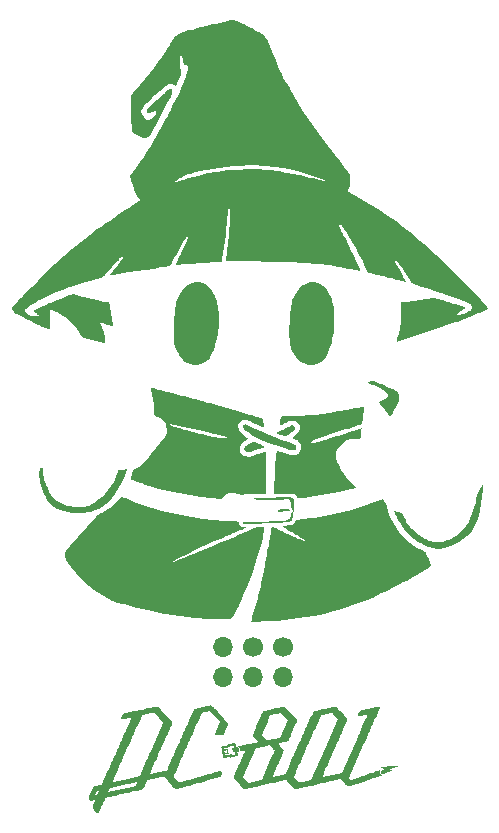
<source format=gbr>
%TF.GenerationSoftware,KiCad,Pcbnew,(6.0.5)*%
%TF.CreationDate,2022-07-11T11:07:48-06:00*%
%TF.ProjectId,MiniMageSpells,4d696e69-4d61-4676-9553-70656c6c732e,1.0*%
%TF.SameCoordinates,PX6e486c0PY7ba4d50*%
%TF.FileFunction,Copper,L1,Top*%
%TF.FilePolarity,Positive*%
%FSLAX46Y46*%
G04 Gerber Fmt 4.6, Leading zero omitted, Abs format (unit mm)*
G04 Created by KiCad (PCBNEW (6.0.5)) date 2022-07-11 11:07:48*
%MOMM*%
%LPD*%
G01*
G04 APERTURE LIST*
%TA.AperFunction,ComponentPad*%
%ADD10O,1.700000X1.700000*%
%TD*%
%TA.AperFunction,ComponentPad*%
%ADD11C,1.700000*%
%TD*%
G04 APERTURE END LIST*
%TO.C,G\u002A\u002A\u002A*%
G36*
X23917015Y47799241D02*
G01*
X24038266Y47784665D01*
X24085593Y47774649D01*
X24240043Y47723424D01*
X24403609Y47649664D01*
X24557325Y47562561D01*
X24638067Y47506869D01*
X24748217Y47413899D01*
X24848859Y47306347D01*
X24944784Y47177726D01*
X25040783Y47021547D01*
X25141647Y46831322D01*
X25151563Y46811432D01*
X25257316Y46587061D01*
X25345659Y46372649D01*
X25417891Y46161665D01*
X25475314Y45947580D01*
X25519225Y45723863D01*
X25550926Y45483984D01*
X25571714Y45221412D01*
X25582891Y44929617D01*
X25585801Y44629447D01*
X25579850Y44250823D01*
X25561814Y43904491D01*
X25530385Y43581767D01*
X25484252Y43273967D01*
X25422105Y42972406D01*
X25342632Y42668401D01*
X25244525Y42353268D01*
X25240607Y42341540D01*
X25144025Y42067449D01*
X25050349Y41830494D01*
X24960161Y41631980D01*
X24874043Y41473210D01*
X24810434Y41378281D01*
X24648179Y41197417D01*
X24459173Y41046647D01*
X24248519Y40928128D01*
X24021319Y40844018D01*
X23782677Y40796475D01*
X23537695Y40787657D01*
X23433534Y40796090D01*
X23200915Y40842706D01*
X22981735Y40927391D01*
X22773693Y41051330D01*
X22574492Y41215714D01*
X22521791Y41267322D01*
X22330275Y41484464D01*
X22168290Y41719259D01*
X22034943Y41974347D01*
X21929341Y42252362D01*
X21850592Y42555943D01*
X21797805Y42887726D01*
X21770086Y43250349D01*
X21765089Y43503626D01*
X21766983Y43652608D01*
X21772297Y43833547D01*
X21780509Y44037194D01*
X21791099Y44254303D01*
X21803545Y44475625D01*
X21817325Y44691911D01*
X21831920Y44893914D01*
X21846806Y45072385D01*
X21861463Y45218077D01*
X21861982Y45222608D01*
X21887225Y45433845D01*
X21913033Y45634579D01*
X21938651Y45819843D01*
X21963323Y45984666D01*
X21986293Y46124079D01*
X22006805Y46233115D01*
X22024104Y46306804D01*
X22029540Y46324123D01*
X22074119Y46430656D01*
X22139163Y46561514D01*
X22219166Y46707547D01*
X22308622Y46859606D01*
X22402023Y47008540D01*
X22493863Y47145199D01*
X22578637Y47260434D01*
X22631175Y47323844D01*
X22782728Y47468115D01*
X22961088Y47595036D01*
X23154032Y47697251D01*
X23349338Y47767401D01*
X23381509Y47775517D01*
X23493566Y47793789D01*
X23629967Y47803821D01*
X23776016Y47805633D01*
X23917015Y47799241D01*
G37*
G36*
X7902534Y29497932D02*
G01*
X8645345Y29196214D01*
X9404999Y28920752D01*
X10183446Y28671139D01*
X10982636Y28446967D01*
X11804518Y28247831D01*
X12651042Y28073323D01*
X13524158Y27923036D01*
X14425816Y27796564D01*
X15357964Y27693500D01*
X16322553Y27613436D01*
X17175248Y27562876D01*
X17295660Y27556200D01*
X17379985Y27549267D01*
X17434502Y27541084D01*
X17465486Y27530659D01*
X17479214Y27516997D01*
X17480164Y27514633D01*
X17537899Y27356527D01*
X17587328Y27239449D01*
X17628673Y27162927D01*
X17662156Y27126486D01*
X17662181Y27126473D01*
X17703193Y27113950D01*
X17774254Y27102037D01*
X17863063Y27092587D01*
X17907838Y27089499D01*
X18004498Y27081642D01*
X18074671Y27070986D01*
X18111548Y27058682D01*
X18115263Y27054419D01*
X18112280Y27046080D01*
X18097322Y27033627D01*
X18067954Y27015967D01*
X18021739Y26992008D01*
X17956241Y26960657D01*
X17869023Y26920822D01*
X17757650Y26871409D01*
X17619685Y26811327D01*
X17452692Y26739481D01*
X17254235Y26654780D01*
X17021877Y26556131D01*
X16753182Y26442441D01*
X16712604Y26425295D01*
X16396298Y26291452D01*
X16114365Y26171678D01*
X15862010Y26063886D01*
X15634440Y25965987D01*
X15426861Y25875895D01*
X15234477Y25791522D01*
X15052495Y25710779D01*
X14876121Y25631581D01*
X14700560Y25551838D01*
X14583580Y25498252D01*
X14463966Y25442554D01*
X14321714Y25375067D01*
X14160253Y25297508D01*
X13983015Y25211592D01*
X13793430Y25119034D01*
X13594929Y25021552D01*
X13390942Y24920860D01*
X13184900Y24818674D01*
X12980233Y24716710D01*
X12780373Y24616683D01*
X12588750Y24520310D01*
X12408794Y24429307D01*
X12243935Y24345388D01*
X12097606Y24270269D01*
X11973236Y24205668D01*
X11874255Y24153298D01*
X11804095Y24114876D01*
X11766186Y24092118D01*
X11760669Y24086429D01*
X11799175Y24088217D01*
X11875314Y24106839D01*
X11988025Y24141870D01*
X12136247Y24192889D01*
X12318919Y24259471D01*
X12534979Y24341193D01*
X12783366Y24437632D01*
X13063019Y24548364D01*
X13372875Y24672967D01*
X13711875Y24811016D01*
X14078955Y24962089D01*
X14473056Y25125761D01*
X14893115Y25301611D01*
X15338071Y25489214D01*
X15806864Y25688147D01*
X16242703Y25874138D01*
X16587671Y26021861D01*
X16896251Y26154323D01*
X17171103Y26272699D01*
X17414889Y26378164D01*
X17630270Y26471895D01*
X17819907Y26555067D01*
X17986463Y26628854D01*
X18132597Y26694434D01*
X18260972Y26752980D01*
X18374249Y26805670D01*
X18475089Y26853677D01*
X18566154Y26898179D01*
X18605302Y26917699D01*
X18734100Y26980226D01*
X18841264Y27025517D01*
X18938665Y27056287D01*
X19038177Y27075249D01*
X19151673Y27085119D01*
X19291025Y27088611D01*
X19353897Y27088830D01*
X19463766Y27088084D01*
X19556854Y27086031D01*
X19625791Y27082946D01*
X19663212Y27079104D01*
X19667817Y27077103D01*
X19664295Y27046246D01*
X19654553Y26981003D01*
X19639832Y26888696D01*
X19621370Y26776647D01*
X19600406Y26652177D01*
X19578179Y26522608D01*
X19555927Y26395261D01*
X19534890Y26277457D01*
X19516307Y26176519D01*
X19508483Y26135489D01*
X19414985Y25701329D01*
X19296204Y25233360D01*
X19152189Y24731734D01*
X18982988Y24196603D01*
X18788649Y23628122D01*
X18569221Y23026442D01*
X18324751Y22391717D01*
X18322459Y22385911D01*
X18163912Y21988365D01*
X18015517Y21625115D01*
X17874598Y21290076D01*
X17738482Y20977162D01*
X17604493Y20680289D01*
X17469956Y20393371D01*
X17332197Y20110324D01*
X17249488Y19944981D01*
X17173019Y19797783D01*
X17107249Y19681560D01*
X17046989Y19588011D01*
X16987052Y19508836D01*
X16949908Y19465691D01*
X16886176Y19397972D01*
X16827303Y19341019D01*
X16782596Y19303622D01*
X16769864Y19295653D01*
X16730721Y19287601D01*
X16652239Y19281551D01*
X16537402Y19277505D01*
X16389194Y19275464D01*
X16210598Y19275428D01*
X16004598Y19277400D01*
X15774175Y19281380D01*
X15522315Y19287369D01*
X15261478Y19295063D01*
X14992458Y19304574D01*
X14747917Y19315291D01*
X14517820Y19327935D01*
X14292134Y19343226D01*
X14060825Y19361885D01*
X13813858Y19384634D01*
X13541201Y19412191D01*
X13354889Y19432004D01*
X13009423Y19470504D01*
X12679606Y19509985D01*
X12361606Y19551206D01*
X12051589Y19594925D01*
X11745722Y19641902D01*
X11440173Y19692898D01*
X11131109Y19748670D01*
X10814695Y19809979D01*
X10487100Y19877583D01*
X10144491Y19952242D01*
X9783034Y20034716D01*
X9398896Y20125764D01*
X8988244Y20226145D01*
X8547246Y20336618D01*
X8072068Y20457943D01*
X7730452Y20546256D01*
X7526995Y20599276D01*
X7358446Y20643995D01*
X7218648Y20682546D01*
X7101448Y20717062D01*
X7000689Y20749678D01*
X6910215Y20782527D01*
X6823871Y20817742D01*
X6735502Y20857457D01*
X6638952Y20903805D01*
X6528064Y20958920D01*
X6501762Y20972118D01*
X6056968Y21211216D01*
X5633361Y21471915D01*
X5227534Y21757126D01*
X4836079Y22069760D01*
X4455591Y22412727D01*
X4082661Y22788937D01*
X3713884Y23201303D01*
X3345852Y23652733D01*
X3309516Y23699418D01*
X3163619Y23890868D01*
X3044313Y24055540D01*
X2949429Y24197765D01*
X2876799Y24321875D01*
X2824250Y24432201D01*
X2789615Y24533076D01*
X2770722Y24628832D01*
X2765403Y24723800D01*
X2767737Y24781005D01*
X2772627Y24840717D01*
X2779684Y24894425D01*
X2791174Y24945315D01*
X2809364Y24996568D01*
X2836523Y25051369D01*
X2874917Y25112899D01*
X2926814Y25184343D01*
X2994482Y25268883D01*
X3080186Y25369702D01*
X3186196Y25489983D01*
X3314778Y25632910D01*
X3468200Y25801666D01*
X3589230Y25934284D01*
X3878370Y26252452D01*
X4142294Y26546222D01*
X4385823Y26821077D01*
X4613778Y27082499D01*
X4830980Y27335969D01*
X5033391Y27576355D01*
X5127629Y27688365D01*
X5217854Y27794025D01*
X5298851Y27887350D01*
X5365406Y27962353D01*
X5412304Y28013050D01*
X5424392Y28025182D01*
X5468616Y28059976D01*
X5542871Y28109970D01*
X5639746Y28170534D01*
X5751829Y28237043D01*
X5871707Y28304866D01*
X5876824Y28307687D01*
X6137993Y28455517D01*
X6364986Y28593354D01*
X6563521Y28725478D01*
X6739313Y28856170D01*
X6898079Y28989710D01*
X7045536Y29130377D01*
X7187400Y29282454D01*
X7204277Y29301624D01*
X7278527Y29386169D01*
X7350941Y29468135D01*
X7412236Y29537042D01*
X7447071Y29575767D01*
X7523823Y29660218D01*
X7902534Y29497932D01*
G37*
G36*
X31025676Y6874166D02*
G01*
X31005325Y6859346D01*
X30948705Y6833948D01*
X30854607Y6797460D01*
X30721826Y6749365D01*
X30637012Y6719572D01*
X30523781Y6678955D01*
X30426803Y6641948D01*
X30352223Y6611080D01*
X30306184Y6588880D01*
X30294204Y6578443D01*
X30318439Y6558701D01*
X30366671Y6529754D01*
X30391041Y6516836D01*
X30438007Y6487880D01*
X30459837Y6464064D01*
X30458452Y6456548D01*
X30434183Y6445405D01*
X30377101Y6423382D01*
X30294573Y6393046D01*
X30193968Y6356962D01*
X30082650Y6317696D01*
X29967989Y6277813D01*
X29857349Y6239878D01*
X29758099Y6206456D01*
X29677605Y6180115D01*
X29623233Y6163417D01*
X29603221Y6158721D01*
X29579019Y6173820D01*
X29544418Y6210566D01*
X29541248Y6214539D01*
X29509590Y6278106D01*
X29497831Y6351968D01*
X29508394Y6416468D01*
X29514826Y6428856D01*
X29542164Y6448342D01*
X29598301Y6474719D01*
X29671506Y6502527D01*
X29677472Y6504556D01*
X29823283Y6553742D01*
X29660818Y6643425D01*
X29564549Y6698944D01*
X29503451Y6739643D01*
X29478674Y6764643D01*
X29491080Y6773067D01*
X29515577Y6774525D01*
X29577407Y6778672D01*
X29671643Y6785164D01*
X29793356Y6793656D01*
X29937620Y6803807D01*
X30099507Y6815271D01*
X30249670Y6825962D01*
X30422951Y6838291D01*
X30582988Y6849605D01*
X30724830Y6859559D01*
X30843525Y6867810D01*
X30934123Y6874013D01*
X30991673Y6877823D01*
X31010961Y6878923D01*
X31025676Y6874166D01*
G37*
G36*
X21807433Y29597273D02*
G01*
X21931949Y29589125D01*
X22021924Y29565436D01*
X22083212Y29523442D01*
X22121670Y29460377D01*
X22126629Y29446546D01*
X22134600Y29398372D01*
X22140024Y29314808D01*
X22143071Y29202745D01*
X22143910Y29069075D01*
X22142711Y28920689D01*
X22139643Y28764479D01*
X22134876Y28607336D01*
X22128579Y28456152D01*
X22120923Y28317819D01*
X22112076Y28199227D01*
X22102208Y28107268D01*
X22092315Y28051886D01*
X22055972Y27936575D01*
X22008391Y27820063D01*
X21954895Y27713031D01*
X21900806Y27626158D01*
X21852823Y27571270D01*
X21777769Y27521509D01*
X21687884Y27489719D01*
X21573641Y27473386D01*
X21468484Y27469773D01*
X21409053Y27468371D01*
X21313647Y27464672D01*
X21188580Y27458986D01*
X21040165Y27451623D01*
X20874716Y27442891D01*
X20698547Y27433101D01*
X20578743Y27426168D01*
X20370807Y27415188D01*
X20130515Y27404637D01*
X19867878Y27394840D01*
X19592909Y27386125D01*
X19315619Y27378820D01*
X19046021Y27373250D01*
X18881971Y27370746D01*
X17916058Y27358318D01*
X17881012Y27408354D01*
X17854804Y27459526D01*
X17845965Y27499097D01*
X17847506Y27511550D01*
X17855368Y27521009D01*
X17874406Y27527736D01*
X17909480Y27531992D01*
X17965445Y27534040D01*
X18047160Y27534141D01*
X18159481Y27532557D01*
X18307267Y27529551D01*
X18380869Y27527931D01*
X18548187Y27525115D01*
X18723244Y27524042D01*
X18909983Y27524808D01*
X19112347Y27527507D01*
X19334280Y27532234D01*
X19579722Y27539084D01*
X19852618Y27548150D01*
X20156910Y27559527D01*
X20496541Y27573311D01*
X20781953Y27585507D01*
X20984870Y27594593D01*
X21150288Y27603040D01*
X21283048Y27611775D01*
X21387991Y27621721D01*
X21469959Y27633803D01*
X21533792Y27648945D01*
X21584330Y27668071D01*
X21626416Y27692107D01*
X21664890Y27721976D01*
X21704593Y27758603D01*
X21708603Y27762466D01*
X21805858Y27880263D01*
X21870518Y28017611D01*
X21892747Y28098562D01*
X21917889Y28178254D01*
X21953456Y28254506D01*
X21966206Y28275152D01*
X22024300Y28376021D01*
X22056560Y28467870D01*
X22061645Y28511369D01*
X22052587Y28550191D01*
X22028623Y28613963D01*
X21994567Y28690134D01*
X21987500Y28704673D01*
X21941362Y28810308D01*
X21917901Y28897881D01*
X21912611Y28962371D01*
X21906045Y29063581D01*
X21889569Y29168781D01*
X21866031Y29265752D01*
X21838281Y29342275D01*
X21815158Y29380342D01*
X21799291Y29395981D01*
X21779765Y29407137D01*
X21750200Y29414297D01*
X21704215Y29417945D01*
X21635428Y29418568D01*
X21537458Y29416652D01*
X21403924Y29412682D01*
X21394339Y29412379D01*
X21244602Y29407069D01*
X21068310Y29399894D01*
X20881203Y29391551D01*
X20699016Y29382735D01*
X20568151Y29375852D01*
X20359973Y29366606D01*
X20145936Y29361128D01*
X19932454Y29359283D01*
X19725938Y29360934D01*
X19532800Y29365944D01*
X19359451Y29374176D01*
X19212305Y29385494D01*
X19097773Y29399762D01*
X19054182Y29408086D01*
X18945475Y29436244D01*
X18861503Y29465102D01*
X18807179Y29492466D01*
X18787415Y29516140D01*
X18791530Y29525434D01*
X18814516Y29528238D01*
X18875778Y29531702D01*
X18971228Y29535728D01*
X19096780Y29540219D01*
X19248346Y29545079D01*
X19421839Y29550209D01*
X19613173Y29555512D01*
X19818260Y29560891D01*
X20033015Y29566248D01*
X20253350Y29571486D01*
X20475178Y29576508D01*
X20694412Y29581217D01*
X20906966Y29585514D01*
X21108752Y29589303D01*
X21295684Y29592487D01*
X21463675Y29594967D01*
X21608638Y29596648D01*
X21726486Y29597430D01*
X21807433Y29597273D01*
G37*
G36*
X28073187Y37250875D02*
G01*
X28091458Y37245637D01*
X28099340Y37235537D01*
X28100745Y37220926D01*
X28099580Y37202153D01*
X28099257Y37191244D01*
X28096800Y37153917D01*
X28089870Y37080884D01*
X28079192Y36978487D01*
X28065488Y36853068D01*
X28049483Y36710969D01*
X28031900Y36558533D01*
X28013462Y36402102D01*
X27994893Y36248019D01*
X27976917Y36102625D01*
X27960256Y35972263D01*
X27959832Y35969012D01*
X27949916Y35913220D01*
X27933125Y35866938D01*
X27904780Y35827311D01*
X27860200Y35791486D01*
X27794703Y35756607D01*
X27703609Y35719819D01*
X27582238Y35678267D01*
X27425908Y35629097D01*
X27378909Y35614697D01*
X27187537Y35555759D01*
X26976766Y35489961D01*
X26750118Y35418460D01*
X26511112Y35342416D01*
X26263268Y35262987D01*
X26010106Y35181331D01*
X25755146Y35098608D01*
X25501908Y35015974D01*
X25253912Y34934589D01*
X25014678Y34855612D01*
X24787726Y34780200D01*
X24576576Y34709512D01*
X24384747Y34644708D01*
X24215760Y34586944D01*
X24073135Y34537380D01*
X23960391Y34497174D01*
X23881049Y34467484D01*
X23839004Y34449663D01*
X23776464Y34412765D01*
X23706603Y34364769D01*
X23685047Y34348393D01*
X23637705Y34308732D01*
X23620428Y34284306D01*
X23628504Y34266151D01*
X23637825Y34258603D01*
X23687062Y34232929D01*
X23751036Y34219568D01*
X23834117Y34218972D01*
X23940671Y34231592D01*
X24075065Y34257883D01*
X24241667Y34298295D01*
X24381328Y34335652D01*
X24448286Y34355070D01*
X24551306Y34386294D01*
X24686174Y34427976D01*
X24848677Y34478769D01*
X25034601Y34537325D01*
X25239733Y34602297D01*
X25459860Y34672337D01*
X25690768Y34746097D01*
X25928243Y34822231D01*
X26168072Y34899389D01*
X26406042Y34976226D01*
X26637940Y35051393D01*
X26859551Y35123543D01*
X27066662Y35191328D01*
X27255061Y35253400D01*
X27365621Y35290090D01*
X27503954Y35335679D01*
X27628596Y35375845D01*
X27734061Y35408896D01*
X27814866Y35433137D01*
X27865526Y35446877D01*
X27880730Y35449116D01*
X27881301Y35426187D01*
X27877248Y35368735D01*
X27869438Y35284246D01*
X27858736Y35180209D01*
X27846008Y35064111D01*
X27832119Y34943440D01*
X27817935Y34825684D01*
X27804323Y34718331D01*
X27792148Y34628868D01*
X27782275Y34564784D01*
X27775571Y34533565D01*
X27774680Y34531917D01*
X27750107Y34529421D01*
X27693725Y34532088D01*
X27615699Y34539304D01*
X27576576Y34543832D01*
X27398155Y34560144D01*
X27224023Y34565752D01*
X27064798Y34560796D01*
X26931097Y34545415D01*
X26880233Y34534660D01*
X26680445Y34463995D01*
X26481852Y34356673D01*
X26291423Y34218015D01*
X26116126Y34053336D01*
X25962933Y33867956D01*
X25915320Y33798387D01*
X25814505Y33604978D01*
X25753020Y33397576D01*
X25730983Y33178240D01*
X25748517Y32949032D01*
X25805741Y32712011D01*
X25845400Y32600990D01*
X25904758Y32462683D01*
X25982439Y32300468D01*
X26072621Y32125255D01*
X26169484Y31947952D01*
X26267206Y31779468D01*
X26359966Y31630711D01*
X26376613Y31605483D01*
X26565119Y31337057D01*
X26753230Y31099677D01*
X26949820Y30883047D01*
X27163765Y30676870D01*
X27221322Y30625471D01*
X27301320Y30554019D01*
X27368428Y30492145D01*
X27416872Y30445320D01*
X27440882Y30419015D01*
X27442462Y30415842D01*
X27422685Y30406765D01*
X27366798Y30389430D01*
X27279971Y30365127D01*
X27167376Y30335147D01*
X27034180Y30300779D01*
X26885555Y30263311D01*
X26726671Y30224035D01*
X26562696Y30184240D01*
X26398801Y30145216D01*
X26240155Y30108251D01*
X26091930Y30074637D01*
X25959293Y30045662D01*
X25954378Y30044616D01*
X25491465Y29951046D01*
X24997776Y29860162D01*
X24484897Y29773852D01*
X23964412Y29694004D01*
X23447908Y29622504D01*
X23089420Y29577780D01*
X22916769Y29557352D01*
X22781282Y29541999D01*
X22678033Y29531954D01*
X22602097Y29527449D01*
X22548546Y29528717D01*
X22512455Y29535988D01*
X22488897Y29549495D01*
X22472945Y29569471D01*
X22459675Y29596148D01*
X22454488Y29607695D01*
X22415309Y29674290D01*
X22361155Y29743419D01*
X22340053Y29765543D01*
X22304723Y29799398D01*
X22271822Y29827338D01*
X22237056Y29849932D01*
X22196131Y29867746D01*
X22144755Y29881350D01*
X22078635Y29891310D01*
X21993477Y29898195D01*
X21884987Y29902572D01*
X21748874Y29905010D01*
X21580843Y29906076D01*
X21376601Y29906338D01*
X21275520Y29906344D01*
X20445665Y29906344D01*
X20457861Y30081115D01*
X20464619Y30173685D01*
X20473711Y30292406D01*
X20483889Y30421216D01*
X20492846Y30531282D01*
X20498554Y30615972D01*
X20504810Y30736302D01*
X20511358Y30885555D01*
X20517940Y31057009D01*
X20524298Y31243945D01*
X20530175Y31439643D01*
X20535313Y31637383D01*
X20535457Y31643459D01*
X20541174Y31871094D01*
X20546829Y32062503D01*
X20552791Y32223826D01*
X20559429Y32361202D01*
X20567113Y32480771D01*
X20576212Y32588674D01*
X20587094Y32691049D01*
X20600128Y32794038D01*
X20608035Y32850965D01*
X20636412Y33048079D01*
X20659992Y33206389D01*
X20679341Y33329118D01*
X20695021Y33419492D01*
X20707597Y33480733D01*
X20717631Y33516067D01*
X20725689Y33528716D01*
X20726576Y33528863D01*
X20749867Y33522982D01*
X20808414Y33506375D01*
X20896925Y33480597D01*
X21010105Y33447201D01*
X21142661Y33407743D01*
X21289299Y33363778D01*
X21311336Y33357145D01*
X21463375Y33311393D01*
X21605509Y33268684D01*
X21731692Y33230828D01*
X21835879Y33199638D01*
X21912023Y33176926D01*
X21954079Y33164502D01*
X21955616Y33164058D01*
X22079039Y33148792D01*
X22213357Y33166362D01*
X22349298Y33212344D01*
X22477588Y33282313D01*
X22588954Y33371845D01*
X22674122Y33476516D01*
X22696916Y33517737D01*
X22751599Y33677034D01*
X22766960Y33841389D01*
X22744363Y34004040D01*
X22685172Y34158226D01*
X22590751Y34297185D01*
X22526419Y34362772D01*
X22464909Y34413554D01*
X22402958Y34452342D01*
X22327558Y34485804D01*
X22225703Y34520612D01*
X22207482Y34526317D01*
X22120743Y34554906D01*
X22051530Y34580845D01*
X22008328Y34600759D01*
X21998092Y34609539D01*
X22013149Y34629184D01*
X22054673Y34671403D01*
X22117194Y34730928D01*
X22195242Y34802494D01*
X22241991Y34844357D01*
X22368198Y34960002D01*
X22464350Y35057289D01*
X22535063Y35142212D01*
X22584953Y35220767D01*
X22618635Y35298946D01*
X22634383Y35353887D01*
X22652502Y35511745D01*
X22632351Y35660640D01*
X22577806Y35795612D01*
X22492746Y35911696D01*
X22381049Y36003930D01*
X22246591Y36067352D01*
X22093252Y36096999D01*
X22052504Y36098551D01*
X21978688Y36095767D01*
X21904376Y36084753D01*
X21823191Y36063285D01*
X21728756Y36029139D01*
X21614695Y35980090D01*
X21474631Y35913913D01*
X21357516Y35856116D01*
X21249091Y35802237D01*
X21154334Y35755627D01*
X21079510Y35719330D01*
X21030884Y35696390D01*
X21014795Y35689664D01*
X21007390Y35708761D01*
X20997832Y35758192D01*
X20990427Y35810126D01*
X20988218Y35962838D01*
X21015364Y36132920D01*
X21069936Y36309168D01*
X21081148Y36337347D01*
X21137055Y36473484D01*
X21604646Y36473516D01*
X22153991Y36481373D01*
X22721341Y36505067D01*
X23309268Y36544888D01*
X23920342Y36601127D01*
X24557136Y36674077D01*
X25222221Y36764029D01*
X25918169Y36871274D01*
X26647550Y36996104D01*
X27325949Y37122045D01*
X27526426Y37160631D01*
X27689144Y37191907D01*
X27818012Y37216222D01*
X27916939Y37233926D01*
X27989838Y37245370D01*
X28040617Y37250903D01*
X28073187Y37250875D01*
G37*
G36*
X21511752Y28586164D02*
G01*
X21587345Y28582604D01*
X21697559Y28575621D01*
X21772152Y28568798D01*
X21817842Y28560784D01*
X21841350Y28550227D01*
X21849395Y28535777D01*
X21849802Y28529824D01*
X21835300Y28484686D01*
X21822202Y28469277D01*
X21792979Y28460292D01*
X21729109Y28449364D01*
X21638230Y28437245D01*
X21527979Y28424683D01*
X21405993Y28412430D01*
X21279908Y28401236D01*
X21157361Y28391850D01*
X21045990Y28385023D01*
X20953431Y28381506D01*
X20925582Y28381194D01*
X20833316Y28386628D01*
X20779946Y28403408D01*
X20770246Y28411832D01*
X20751802Y28457142D01*
X20751967Y28480231D01*
X20778106Y28509462D01*
X20840965Y28535128D01*
X20934991Y28556548D01*
X21054634Y28573041D01*
X21194342Y28583929D01*
X21348565Y28588530D01*
X21511752Y28586164D01*
G37*
G36*
X38189867Y30710172D02*
G01*
X38193633Y30681957D01*
X38191479Y30616269D01*
X38183991Y30517502D01*
X38171754Y30390048D01*
X38155352Y30238300D01*
X38135370Y30066653D01*
X38112395Y29879499D01*
X38087010Y29681232D01*
X38059802Y29476245D01*
X38031354Y29268931D01*
X38002253Y29063684D01*
X37973082Y28864897D01*
X37944428Y28676962D01*
X37916876Y28504274D01*
X37891009Y28351226D01*
X37867415Y28222210D01*
X37846677Y28121621D01*
X37843012Y28105677D01*
X37736496Y27734460D01*
X37597038Y27389224D01*
X37423352Y27067789D01*
X37214153Y26767976D01*
X36968154Y26487606D01*
X36784748Y26311916D01*
X36461772Y26043582D01*
X36135159Y25815725D01*
X35801372Y25626454D01*
X35456876Y25473877D01*
X35098134Y25356104D01*
X34909935Y25309143D01*
X34743380Y25279961D01*
X34559962Y25261681D01*
X34373770Y25254796D01*
X34198891Y25259801D01*
X34049413Y25277189D01*
X34041378Y25278671D01*
X33890639Y25313581D01*
X33714804Y25364720D01*
X33525900Y25427901D01*
X33335957Y25498934D01*
X33157001Y25573633D01*
X33045715Y25625368D01*
X32687824Y25821854D01*
X32353624Y26049600D01*
X32041647Y26310050D01*
X31750426Y26604648D01*
X31478494Y26934839D01*
X31224384Y27302066D01*
X31054333Y27585450D01*
X30987202Y27707886D01*
X30920133Y27837302D01*
X30855701Y27967948D01*
X30796482Y28094071D01*
X30745052Y28209922D01*
X30703986Y28309749D01*
X30675860Y28387800D01*
X30663250Y28438326D01*
X30665173Y28454381D01*
X30687210Y28451353D01*
X30742610Y28437544D01*
X30824315Y28414882D01*
X30925271Y28385296D01*
X30992081Y28365044D01*
X31310614Y28267330D01*
X31475700Y27933002D01*
X31541007Y27804954D01*
X31611986Y27672811D01*
X31681927Y27548630D01*
X31744117Y27444468D01*
X31771274Y27402053D01*
X31872774Y27263657D01*
X32001098Y27111217D01*
X32147541Y26953772D01*
X32303398Y26800361D01*
X32459963Y26660024D01*
X32576888Y26565518D01*
X32677820Y26488099D01*
X32784626Y26405577D01*
X32883135Y26328931D01*
X32946221Y26279399D01*
X33030950Y26218748D01*
X33138944Y26150459D01*
X33254698Y26083980D01*
X33338131Y26040575D01*
X33579191Y25933331D01*
X33804582Y25858512D01*
X34024167Y25814731D01*
X34247810Y25800601D01*
X34485375Y25814735D01*
X34706836Y25848162D01*
X34918361Y25892651D01*
X35100338Y25943813D01*
X35265534Y26006130D01*
X35426712Y26084083D01*
X35508770Y26129739D01*
X35856895Y26354306D01*
X36177304Y26609413D01*
X36468066Y26893051D01*
X36727253Y27203208D01*
X36952932Y27537876D01*
X37079531Y27765242D01*
X37180026Y27976738D01*
X37273584Y28204198D01*
X37357968Y28439912D01*
X37430941Y28676170D01*
X37490264Y28905263D01*
X37533700Y29119479D01*
X37559011Y29311110D01*
X37564748Y29437153D01*
X37565214Y29477831D01*
X37568387Y29515225D01*
X37576358Y29554524D01*
X37591220Y29600916D01*
X37615064Y29659592D01*
X37649983Y29735739D01*
X37698069Y29834547D01*
X37761413Y29961205D01*
X37833786Y30104459D01*
X37926676Y30286533D01*
X38003029Y30432723D01*
X38064302Y30545506D01*
X38111948Y30627356D01*
X38147424Y30680750D01*
X38172184Y30708162D01*
X38187684Y30712069D01*
X38189867Y30710172D01*
G37*
G36*
X18098914Y35768870D02*
G01*
X18160709Y35750286D01*
X18241059Y35715660D01*
X18347642Y35662003D01*
X18377957Y35645974D01*
X18733927Y35462475D01*
X19111656Y35278856D01*
X19503894Y35098136D01*
X19903391Y34923338D01*
X20302900Y34757482D01*
X20695170Y34603590D01*
X21072952Y34464683D01*
X21428998Y34343783D01*
X21710570Y34257013D01*
X21880634Y34206321D01*
X22014741Y34163237D01*
X22118127Y34125467D01*
X22196030Y34090716D01*
X22253687Y34056691D01*
X22296337Y34021097D01*
X22324573Y33988069D01*
X22363354Y33902920D01*
X22367971Y33808856D01*
X22341340Y33717452D01*
X22286381Y33640283D01*
X22226112Y33597607D01*
X22167333Y33573707D01*
X22106032Y33561204D01*
X22035298Y33560797D01*
X21948222Y33573189D01*
X21837894Y33599080D01*
X21697403Y33639171D01*
X21637959Y33657262D01*
X21114260Y33823651D01*
X20630305Y33988415D01*
X20183553Y34152640D01*
X19771466Y34317408D01*
X19391503Y34483804D01*
X19041127Y34652913D01*
X18717797Y34825817D01*
X18418975Y35003601D01*
X18290836Y35086138D01*
X18140772Y35190663D01*
X18026673Y35283434D01*
X17945159Y35368410D01*
X17892848Y35449550D01*
X17866360Y35530815D01*
X17861372Y35589132D01*
X17878470Y35677638D01*
X17927484Y35739373D01*
X18004996Y35770941D01*
X18047996Y35774401D01*
X18098914Y35768870D01*
G37*
G36*
X20726415Y5989739D02*
G01*
X20854417Y6020282D01*
X20983528Y6051757D01*
X21107094Y6082553D01*
X21218462Y6111063D01*
X21310980Y6135677D01*
X21377994Y6154787D01*
X21412852Y6166784D01*
X21415629Y6168375D01*
X21427551Y6190059D01*
X21455728Y6248158D01*
X21499127Y6340409D01*
X21556718Y6464544D01*
X21627467Y6618298D01*
X21710345Y6799406D01*
X21804318Y7005602D01*
X21908355Y7234621D01*
X22021424Y7484196D01*
X22142493Y7752063D01*
X22270531Y8035955D01*
X22404506Y8333606D01*
X22543386Y8642753D01*
X22602710Y8774985D01*
X22743608Y9088939D01*
X22880177Y9392787D01*
X23011370Y9684224D01*
X23136142Y9960948D01*
X23253447Y10220652D01*
X23362238Y10461034D01*
X23461471Y10679789D01*
X23550100Y10874614D01*
X23627079Y11043203D01*
X23691362Y11183254D01*
X23741903Y11292461D01*
X23777657Y11368521D01*
X23797578Y11409130D01*
X23800879Y11414931D01*
X23848619Y11463180D01*
X23898835Y11493689D01*
X23931990Y11503479D01*
X24001658Y11521540D01*
X24103047Y11546712D01*
X24231365Y11577835D01*
X24381820Y11613750D01*
X24549620Y11653298D01*
X24729971Y11695320D01*
X24784972Y11708042D01*
X25002034Y11758097D01*
X25181919Y11799002D01*
X25328747Y11831075D01*
X25446639Y11854638D01*
X25539714Y11870007D01*
X25612093Y11877503D01*
X25667896Y11877444D01*
X25711242Y11870150D01*
X25746253Y11855939D01*
X25777048Y11835131D01*
X25807747Y11808045D01*
X25827943Y11788808D01*
X25861875Y11755124D01*
X25920392Y11695675D01*
X25998784Y11615304D01*
X26092341Y11518854D01*
X26196353Y11411170D01*
X26300668Y11302758D01*
X26422558Y11175222D01*
X26517673Y11073997D01*
X26589119Y10995356D01*
X26640001Y10935573D01*
X26673427Y10890921D01*
X26692500Y10857674D01*
X26700329Y10832106D01*
X26701011Y10822454D01*
X26692411Y10794093D01*
X26667093Y10728793D01*
X26625785Y10628226D01*
X26569213Y10494063D01*
X26498104Y10327978D01*
X26413184Y10131643D01*
X26315181Y9906728D01*
X26204820Y9654907D01*
X26082829Y9377851D01*
X25949933Y9077233D01*
X25806861Y8754724D01*
X25654337Y8411997D01*
X25621372Y8338054D01*
X25486441Y8035279D01*
X25356506Y7743295D01*
X25232592Y7464430D01*
X25115723Y7201007D01*
X25006926Y6955352D01*
X24907225Y6729788D01*
X24817645Y6526642D01*
X24739211Y6348238D01*
X24672949Y6196901D01*
X24619885Y6074956D01*
X24581042Y5984727D01*
X24557447Y5928540D01*
X24550118Y5908725D01*
X24571869Y5911588D01*
X24630449Y5923269D01*
X24721469Y5942792D01*
X24840537Y5969179D01*
X24983262Y6001452D01*
X25145255Y6038633D01*
X25322123Y6079745D01*
X25394480Y6096703D01*
X26230455Y6293067D01*
X27323801Y8750256D01*
X27459490Y9055338D01*
X27590246Y9349595D01*
X27715052Y9630720D01*
X27832889Y9896408D01*
X27942738Y10144354D01*
X28043580Y10372252D01*
X28134398Y10577797D01*
X28214172Y10758684D01*
X28281884Y10912606D01*
X28336515Y11037258D01*
X28377047Y11130336D01*
X28402461Y11189532D01*
X28411739Y11212543D01*
X28411748Y11212760D01*
X28390449Y11209780D01*
X28334953Y11198154D01*
X28252184Y11179434D01*
X28149066Y11155176D01*
X28067400Y11135468D01*
X27907727Y11097630D01*
X27784249Y11071733D01*
X27692413Y11058113D01*
X27627666Y11057108D01*
X27585453Y11069055D01*
X27561222Y11094290D01*
X27550419Y11133152D01*
X27548384Y11173894D01*
X27565080Y11269495D01*
X27609750Y11367555D01*
X27674271Y11456634D01*
X27750518Y11525292D01*
X27822771Y11560255D01*
X27878693Y11574020D01*
X27965983Y11594074D01*
X28078795Y11619187D01*
X28211284Y11648125D01*
X28357606Y11679659D01*
X28511915Y11712557D01*
X28668367Y11745587D01*
X28821117Y11777519D01*
X28964319Y11807120D01*
X29092129Y11833160D01*
X29198701Y11854407D01*
X29278192Y11869630D01*
X29324755Y11877597D01*
X29333392Y11878488D01*
X29394823Y11862199D01*
X29428109Y11814672D01*
X29433789Y11771403D01*
X29425320Y11745942D01*
X29400537Y11683931D01*
X29360376Y11587515D01*
X29305770Y11458841D01*
X29237657Y11300058D01*
X29156971Y11113312D01*
X29064646Y10900750D01*
X28961619Y10664518D01*
X28848825Y10406765D01*
X28727198Y10129638D01*
X28597675Y9835282D01*
X28461190Y9525846D01*
X28318678Y9203476D01*
X28171075Y8870320D01*
X28119104Y8753187D01*
X26804420Y5791215D01*
X26949363Y5646272D01*
X27222393Y5746052D01*
X27311498Y5778085D01*
X27427614Y5819004D01*
X27566440Y5867356D01*
X27723677Y5921687D01*
X27895025Y5980544D01*
X28076186Y6042474D01*
X28262860Y6106023D01*
X28450747Y6169737D01*
X28635548Y6232163D01*
X28812964Y6291847D01*
X28978695Y6347337D01*
X29128441Y6397178D01*
X29257904Y6439916D01*
X29362783Y6474100D01*
X29438780Y6498274D01*
X29481594Y6510986D01*
X29489567Y6512506D01*
X29487033Y6490289D01*
X29472049Y6442938D01*
X29463169Y6419352D01*
X29444118Y6364212D01*
X29441510Y6322518D01*
X29456283Y6273963D01*
X29471531Y6238391D01*
X29521501Y6156999D01*
X29579621Y6114045D01*
X29624057Y6090640D01*
X29645321Y6072096D01*
X29645632Y6070575D01*
X29626396Y6060254D01*
X29572326Y6038790D01*
X29488876Y6008151D01*
X29381499Y5970304D01*
X29255650Y5927217D01*
X29153096Y5892870D01*
X29022466Y5849324D01*
X28859334Y5794631D01*
X28671286Y5731352D01*
X28465910Y5662047D01*
X28250793Y5589279D01*
X28033521Y5515607D01*
X27821682Y5443594D01*
X27767241Y5425053D01*
X27578546Y5361331D01*
X27400147Y5302174D01*
X27236498Y5248981D01*
X27092047Y5203151D01*
X26971246Y5166081D01*
X26878547Y5139170D01*
X26818400Y5123815D01*
X26798392Y5120690D01*
X26768492Y5121852D01*
X26740980Y5127806D01*
X26711573Y5142251D01*
X26675986Y5168886D01*
X26629936Y5211410D01*
X26569138Y5273524D01*
X26489309Y5358926D01*
X26386165Y5471316D01*
X26362952Y5496711D01*
X26281554Y5583477D01*
X26207686Y5657923D01*
X26146894Y5714787D01*
X26104728Y5748811D01*
X26089309Y5756219D01*
X26063704Y5751474D01*
X25999852Y5737696D01*
X25900744Y5715575D01*
X25769370Y5685798D01*
X25608722Y5649054D01*
X25421791Y5606032D01*
X25211568Y5557419D01*
X24981044Y5503905D01*
X24733210Y5446177D01*
X24471058Y5384924D01*
X24202293Y5321941D01*
X23928937Y5257887D01*
X23666927Y5196683D01*
X23419258Y5139016D01*
X23188925Y5085575D01*
X22978922Y5037049D01*
X22792244Y4994127D01*
X22631886Y4957496D01*
X22500841Y4927846D01*
X22402104Y4905865D01*
X22338671Y4892241D01*
X22313631Y4887662D01*
X22277939Y4892004D01*
X22239836Y4907367D01*
X22195404Y4937255D01*
X22140725Y4985170D01*
X22071882Y5054616D01*
X21984958Y5149098D01*
X21876035Y5272119D01*
X21848346Y5303803D01*
X21755332Y5408809D01*
X21669981Y5502129D01*
X21596651Y5579240D01*
X21539699Y5635624D01*
X21503480Y5666758D01*
X21493993Y5671482D01*
X21464486Y5666624D01*
X21395166Y5652267D01*
X21287438Y5628731D01*
X21142704Y5596339D01*
X20962366Y5555412D01*
X20747828Y5506273D01*
X20500493Y5449244D01*
X20221762Y5384647D01*
X19913039Y5312802D01*
X19575726Y5234034D01*
X19211227Y5148663D01*
X18995034Y5097921D01*
X18803819Y5053436D01*
X18622893Y5012158D01*
X18456951Y4975098D01*
X18310689Y4943271D01*
X18188804Y4917688D01*
X18095991Y4899362D01*
X18036947Y4889306D01*
X18019973Y4887662D01*
X17955224Y4895347D01*
X17902719Y4914131D01*
X17898344Y4916939D01*
X17869253Y4943766D01*
X17818026Y4997590D01*
X17749215Y5073119D01*
X17667374Y5165060D01*
X17577054Y5268121D01*
X17482810Y5377008D01*
X17389193Y5486429D01*
X17300757Y5591091D01*
X17222053Y5685702D01*
X17157636Y5764968D01*
X17112057Y5823598D01*
X17089870Y5856298D01*
X17089332Y5857432D01*
X17074324Y5922015D01*
X17074417Y5924864D01*
X17865904Y5924864D01*
X18083666Y5671311D01*
X18171212Y5571005D01*
X18236701Y5500257D01*
X18284194Y5455264D01*
X18317754Y5432224D01*
X18341442Y5427335D01*
X18343797Y5427783D01*
X18375517Y5435174D01*
X18442400Y5450675D01*
X18538326Y5472873D01*
X18657173Y5500350D01*
X18792822Y5531692D01*
X18906104Y5557852D01*
X19426042Y5677895D01*
X19970011Y6908675D01*
X20065059Y7123868D01*
X20155010Y7327791D01*
X20238402Y7517112D01*
X20313773Y7688497D01*
X20379660Y7838614D01*
X20434602Y7964130D01*
X20477134Y8061712D01*
X20505795Y8128026D01*
X20519123Y8159740D01*
X20519881Y8161844D01*
X20508367Y8184774D01*
X20472688Y8231904D01*
X20418028Y8296878D01*
X20349571Y8373337D01*
X20331582Y8392778D01*
X20137382Y8601323D01*
X19533687Y8476364D01*
X18929992Y8351404D01*
X17865904Y5924864D01*
X17074417Y5924864D01*
X17076180Y5978655D01*
X17087078Y6009605D01*
X17113797Y6075379D01*
X17154697Y6172200D01*
X17208133Y6296289D01*
X17272463Y6443871D01*
X17346045Y6611165D01*
X17427237Y6794397D01*
X17514394Y6989787D01*
X17563358Y7099014D01*
X17652165Y7297347D01*
X17735212Y7483906D01*
X17810956Y7655156D01*
X17877858Y7807560D01*
X17934376Y7937581D01*
X17978971Y8041684D01*
X18010100Y8116331D01*
X18026224Y8157988D01*
X18028078Y8165655D01*
X18004758Y8165346D01*
X17948450Y8157275D01*
X17867538Y8142821D01*
X17770406Y8123364D01*
X17767926Y8122844D01*
X17670760Y8103055D01*
X17589905Y8087813D01*
X17533649Y8078594D01*
X17510280Y8076874D01*
X17510182Y8076945D01*
X17517541Y8095174D01*
X17545620Y8129701D01*
X17546200Y8130325D01*
X17592320Y8207562D01*
X17602302Y8293321D01*
X17577991Y8377349D01*
X17521230Y8449391D01*
X17484023Y8476103D01*
X17443279Y8502588D01*
X17425813Y8518865D01*
X17426108Y8520118D01*
X17447649Y8525323D01*
X17506457Y8537829D01*
X17598224Y8556761D01*
X17718644Y8581247D01*
X17863411Y8610413D01*
X18028218Y8643387D01*
X18208758Y8679296D01*
X18318658Y8701059D01*
X19204445Y8876192D01*
X18938299Y9145174D01*
X18828807Y9258109D01*
X18749528Y9345272D01*
X18698735Y9408726D01*
X18677883Y9444999D01*
X19418847Y9444999D01*
X19651956Y9231232D01*
X19756280Y9138423D01*
X19837100Y9072695D01*
X19892602Y9035432D01*
X19919435Y9027386D01*
X19948906Y9034267D01*
X20013893Y9048451D01*
X20108420Y9068666D01*
X20226511Y9093640D01*
X20362190Y9122103D01*
X20484465Y9147588D01*
X21015125Y9257868D01*
X21660809Y10722102D01*
X21347507Y11035021D01*
X21034206Y11347940D01*
X20603175Y11235978D01*
X20172145Y11124015D01*
X19997135Y10733320D01*
X19932066Y10588127D01*
X19855842Y10418151D01*
X19774682Y10237251D01*
X19694802Y10059288D01*
X19622422Y9898121D01*
X19620486Y9893812D01*
X19418847Y9444999D01*
X18677883Y9444999D01*
X18674701Y9450535D01*
X18672154Y9462972D01*
X18680641Y9496533D01*
X18704732Y9563912D01*
X18742372Y9660414D01*
X18791506Y9781344D01*
X18850078Y9922008D01*
X18916034Y10077709D01*
X18987319Y10243754D01*
X19061877Y10415447D01*
X19137653Y10588093D01*
X19212593Y10756997D01*
X19284641Y10917464D01*
X19351742Y11064800D01*
X19411841Y11194309D01*
X19462883Y11301296D01*
X19502813Y11381067D01*
X19529575Y11428926D01*
X19537217Y11439262D01*
X19555259Y11455082D01*
X19579262Y11470080D01*
X19613356Y11485420D01*
X19661671Y11502267D01*
X19728337Y11521787D01*
X19817485Y11545144D01*
X19933244Y11573503D01*
X20079746Y11608029D01*
X20261120Y11649887D01*
X20382181Y11677586D01*
X20562866Y11718247D01*
X20734305Y11755688D01*
X20891230Y11788842D01*
X21028372Y11816644D01*
X21140465Y11838027D01*
X21222241Y11851927D01*
X21268433Y11857277D01*
X21270304Y11857303D01*
X21371431Y11857303D01*
X21898723Y11331214D01*
X22039038Y11190975D01*
X22152103Y11077159D01*
X22240836Y10986441D01*
X22308155Y10915496D01*
X22356977Y10860997D01*
X22390220Y10819620D01*
X22410802Y10788038D01*
X22421642Y10762927D01*
X22425656Y10740960D01*
X22426015Y10730248D01*
X22417386Y10688358D01*
X22391366Y10610869D01*
X22347760Y10497293D01*
X22286373Y10347144D01*
X22207010Y10159932D01*
X22109474Y9935171D01*
X22082669Y9874061D01*
X22006697Y9701425D01*
X21935075Y9539143D01*
X21869809Y9391720D01*
X21812902Y9263666D01*
X21766359Y9159488D01*
X21732185Y9083694D01*
X21712386Y9040793D01*
X21709466Y9034851D01*
X21688700Y9002008D01*
X21659925Y8974345D01*
X21617446Y8949608D01*
X21555573Y8925543D01*
X21468610Y8899898D01*
X21350866Y8870418D01*
X21214272Y8838836D01*
X21097529Y8811662D01*
X20995115Y8786440D01*
X20914253Y8765060D01*
X20862167Y8749411D01*
X20846352Y8742591D01*
X20854044Y8722452D01*
X20887141Y8677794D01*
X20941101Y8614067D01*
X21011384Y8536725D01*
X21063492Y8481917D01*
X21155606Y8385273D01*
X21221123Y8312690D01*
X21264058Y8258942D01*
X21288429Y8218802D01*
X21298253Y8187044D01*
X21299010Y8175516D01*
X21290539Y8144075D01*
X21266048Y8077299D01*
X21226912Y7978484D01*
X21174512Y7850926D01*
X21110223Y7697922D01*
X21035425Y7522768D01*
X20951495Y7328759D01*
X20859811Y7119193D01*
X20813437Y7014007D01*
X20724125Y6811473D01*
X20640405Y6620749D01*
X20563773Y6445308D01*
X20495731Y6288624D01*
X20437777Y6154172D01*
X20391410Y6045426D01*
X20358128Y5965859D01*
X20339432Y5918946D01*
X20335877Y5907286D01*
X20358545Y5909045D01*
X20415586Y5919779D01*
X20500346Y5937878D01*
X20509267Y5939889D01*
X22174281Y5939889D01*
X22174282Y5939395D01*
X22190861Y5915404D01*
X22230044Y5865730D01*
X22286682Y5796701D01*
X22355626Y5714648D01*
X22388130Y5676519D01*
X22468037Y5583972D01*
X22526186Y5519502D01*
X22567871Y5478580D01*
X22598391Y5456677D01*
X22623040Y5449267D01*
X22647116Y5451819D01*
X22650087Y5452546D01*
X22687068Y5461500D01*
X22758505Y5478439D01*
X22857585Y5501761D01*
X22977494Y5529863D01*
X23111419Y5561145D01*
X23173624Y5575641D01*
X23639481Y5684127D01*
X24781544Y8253474D01*
X25923608Y10822820D01*
X25661210Y11085850D01*
X25574056Y11171449D01*
X25495410Y11245391D01*
X25430751Y11302784D01*
X25385556Y11338737D01*
X25366717Y11348791D01*
X25332933Y11343830D01*
X25267207Y11330252D01*
X25176908Y11309886D01*
X25069408Y11284561D01*
X24952077Y11256107D01*
X24832284Y11226353D01*
X24717402Y11197128D01*
X24614799Y11170261D01*
X24531847Y11147582D01*
X24475917Y11130920D01*
X24454591Y11122407D01*
X24442587Y11099532D01*
X24414948Y11040795D01*
X24372884Y10948947D01*
X24317608Y10826741D01*
X24250328Y10676927D01*
X24172256Y10502256D01*
X24084602Y10305481D01*
X23988576Y10089353D01*
X23885390Y9856623D01*
X23776253Y9610043D01*
X23662376Y9352365D01*
X23544970Y9086338D01*
X23425245Y8814717D01*
X23304412Y8540250D01*
X23183681Y8265691D01*
X23064263Y7993791D01*
X22947369Y7727300D01*
X22834208Y7468971D01*
X22725992Y7221555D01*
X22623930Y6987804D01*
X22529234Y6770468D01*
X22443114Y6572300D01*
X22366781Y6396051D01*
X22301445Y6244472D01*
X22248316Y6120315D01*
X22208605Y6026331D01*
X22183523Y5965272D01*
X22174281Y5939889D01*
X20509267Y5939889D01*
X20606174Y5961734D01*
X20726415Y5989739D01*
G37*
G36*
X29758921Y29373203D02*
G01*
X29826777Y29290728D01*
X29880421Y29208008D01*
X29924933Y29114465D01*
X29965390Y28999522D01*
X30004453Y28861781D01*
X30153294Y28370661D01*
X30333629Y27906727D01*
X30546945Y27467252D01*
X30794728Y27049510D01*
X31078466Y26650774D01*
X31399646Y26268318D01*
X31447809Y26215783D01*
X31711000Y25953140D01*
X31987951Y25720255D01*
X32285215Y25512614D01*
X32609344Y25325702D01*
X32966888Y25155002D01*
X33020860Y25131769D01*
X33133394Y25073138D01*
X33231191Y25002281D01*
X33255329Y24979874D01*
X33282881Y24951803D01*
X33306692Y24924847D01*
X33329047Y24894337D01*
X33352234Y24855603D01*
X33378540Y24803975D01*
X33410252Y24734784D01*
X33449657Y24643360D01*
X33499042Y24525033D01*
X33560695Y24375132D01*
X33607544Y24260723D01*
X33772276Y23858221D01*
X33716168Y23798333D01*
X33640105Y23728330D01*
X33528600Y23641871D01*
X33384543Y23540552D01*
X33210824Y23425968D01*
X33010330Y23299715D01*
X32785954Y23163387D01*
X32540583Y23018580D01*
X32277107Y22866888D01*
X31998417Y22709907D01*
X31707401Y22549232D01*
X31406948Y22386458D01*
X31099949Y22223181D01*
X30789294Y22060994D01*
X30477870Y21901494D01*
X30168569Y21746275D01*
X29864280Y21596933D01*
X29567891Y21455063D01*
X29282293Y21322260D01*
X29010376Y21200119D01*
X29006356Y21198350D01*
X28183960Y20855363D01*
X27335033Y20537681D01*
X26467209Y20247595D01*
X25588119Y19987395D01*
X24705396Y19759373D01*
X23826670Y19565818D01*
X23148563Y19440181D01*
X22545126Y19345135D01*
X21944343Y19265343D01*
X21337594Y19199988D01*
X20716258Y19148253D01*
X20071715Y19109323D01*
X19395346Y19082380D01*
X19360308Y19081326D01*
X19150213Y19075101D01*
X18978586Y19070078D01*
X18841542Y19066232D01*
X18735197Y19063536D01*
X18655668Y19061966D01*
X18599070Y19061496D01*
X18561521Y19062101D01*
X18539136Y19063755D01*
X18528031Y19066434D01*
X18524323Y19070111D01*
X18524128Y19074761D01*
X18524170Y19075861D01*
X18530300Y19100430D01*
X18547076Y19158383D01*
X18572398Y19242696D01*
X18604162Y19346348D01*
X18630369Y19430698D01*
X18720581Y19721610D01*
X18803726Y19994854D01*
X18880786Y20254527D01*
X18952742Y20504727D01*
X19020573Y20749553D01*
X19085262Y20993101D01*
X19147789Y21239469D01*
X19209134Y21492755D01*
X19270280Y21757058D01*
X19332207Y22036474D01*
X19395896Y22335101D01*
X19462327Y22657037D01*
X19532483Y23006381D01*
X19607343Y23387228D01*
X19687888Y23803678D01*
X19730822Y24027695D01*
X19800921Y24394924D01*
X19863397Y24723505D01*
X19918766Y25016369D01*
X19967546Y25276448D01*
X20010252Y25506675D01*
X20047403Y25709979D01*
X20079514Y25889292D01*
X20107103Y26047547D01*
X20130687Y26187674D01*
X20150783Y26312605D01*
X20167907Y26425271D01*
X20182576Y26528604D01*
X20195308Y26625535D01*
X20206619Y26718996D01*
X20208957Y26739288D01*
X20226965Y26881847D01*
X20245058Y26986812D01*
X20265190Y27058914D01*
X20289314Y27102888D01*
X20319387Y27123466D01*
X20357362Y27125381D01*
X20367677Y27123628D01*
X20402351Y27110753D01*
X20468725Y27080749D01*
X20561101Y27036399D01*
X20673779Y26980485D01*
X20801060Y26915788D01*
X20921799Y26853181D01*
X21114833Y26752608D01*
X21278966Y26668260D01*
X21422516Y26596112D01*
X21553798Y26532142D01*
X21681130Y26472323D01*
X21812827Y26412631D01*
X21957207Y26349043D01*
X22019276Y26322089D01*
X22125204Y26276914D01*
X22250305Y26224680D01*
X22389454Y26167423D01*
X22537524Y26107176D01*
X22689388Y26045976D01*
X22839920Y25985856D01*
X22983992Y25928850D01*
X23116478Y25876994D01*
X23232251Y25832322D01*
X23326185Y25796868D01*
X23393153Y25772667D01*
X23428027Y25761753D01*
X23431809Y25761523D01*
X23418594Y25776345D01*
X23372149Y25810325D01*
X23295882Y25861335D01*
X23193196Y25927248D01*
X23067498Y26005939D01*
X22922193Y26095280D01*
X22760687Y26193145D01*
X22586386Y26297406D01*
X22402694Y26405937D01*
X22357666Y26432338D01*
X22149952Y26554507D01*
X21954985Y26670275D01*
X21775699Y26777831D01*
X21615029Y26875366D01*
X21475907Y26961070D01*
X21361267Y27033134D01*
X21274044Y27089748D01*
X21217169Y27129101D01*
X21193578Y27149385D01*
X21193088Y27150766D01*
X21212871Y27159873D01*
X21267132Y27172465D01*
X21348238Y27187352D01*
X21448556Y27203343D01*
X21560456Y27219251D01*
X21676303Y27233886D01*
X21788466Y27246058D01*
X21828618Y27249798D01*
X21912844Y27259780D01*
X21985453Y27272921D01*
X22031693Y27286508D01*
X22033807Y27287531D01*
X22064500Y27313892D01*
X22112090Y27367090D01*
X22169632Y27438941D01*
X22220220Y27507220D01*
X22284353Y27594752D01*
X22331296Y27652367D01*
X22366788Y27685774D01*
X22396567Y27700685D01*
X22417137Y27703175D01*
X22466921Y27706017D01*
X22552738Y27714053D01*
X22668670Y27726546D01*
X22808798Y27742762D01*
X22967205Y27761964D01*
X23137971Y27783416D01*
X23315179Y27806382D01*
X23492910Y27830127D01*
X23665245Y27853915D01*
X23826267Y27877010D01*
X23883497Y27885487D01*
X24726742Y28023168D01*
X25534610Y28178810D01*
X26310499Y28353297D01*
X27057806Y28547513D01*
X27779930Y28762345D01*
X28480269Y28998675D01*
X29162221Y29257390D01*
X29179577Y29264359D01*
X29677408Y29464526D01*
X29758921Y29373203D01*
G37*
G36*
X16015171Y8461869D02*
G01*
X16013092Y8485009D01*
X16013165Y8485109D01*
X16036896Y8493474D01*
X16093810Y8508447D01*
X16175617Y8527976D01*
X16274026Y8550007D01*
X16283573Y8552076D01*
X16393013Y8576564D01*
X16467234Y8595762D01*
X16512684Y8612074D01*
X16535809Y8627904D01*
X16543054Y8645654D01*
X16543171Y8648850D01*
X16548466Y8667013D01*
X16568558Y8683026D01*
X16609819Y8699274D01*
X16678619Y8718140D01*
X16781330Y8742008D01*
X16807975Y8747917D01*
X16919081Y8771846D01*
X16997532Y8786625D01*
X17051880Y8792966D01*
X17090676Y8791578D01*
X17122471Y8783175D01*
X17140587Y8775587D01*
X17179986Y8753064D01*
X17205062Y8721601D01*
X17223234Y8668711D01*
X17234859Y8616922D01*
X17250781Y8546548D01*
X17265953Y8508219D01*
X17287020Y8492261D01*
X17320625Y8489000D01*
X17322714Y8488997D01*
X17389350Y8470317D01*
X17453400Y8422362D01*
X17503280Y8357258D01*
X17527405Y8287134D01*
X17528121Y8273976D01*
X17514678Y8199065D01*
X17480262Y8127128D01*
X17433511Y8073063D01*
X17401024Y8054696D01*
X17367973Y8031287D01*
X17367813Y8008633D01*
X17377162Y7970226D01*
X17387633Y7907072D01*
X17393034Y7865764D01*
X17398756Y7798540D01*
X17393179Y7758008D01*
X17372358Y7729133D01*
X17352887Y7712700D01*
X17306487Y7688957D01*
X17227459Y7662144D01*
X17125116Y7635213D01*
X17069690Y7622953D01*
X16972801Y7602534D01*
X16888773Y7584377D01*
X16827843Y7570721D01*
X16802638Y7564549D01*
X16772922Y7567666D01*
X16765565Y7598231D01*
X16757183Y7630212D01*
X16724569Y7632628D01*
X16717900Y7631159D01*
X16537711Y7589947D01*
X16395537Y7560494D01*
X16292018Y7542909D01*
X16227796Y7537302D01*
X16203511Y7543773D01*
X16192735Y7584125D01*
X16176298Y7655049D01*
X16155652Y7749368D01*
X16132248Y7859906D01*
X16107538Y7979486D01*
X16082972Y8100934D01*
X16060001Y8217072D01*
X16040076Y8320724D01*
X16038382Y8329948D01*
X16229503Y8329948D01*
X16230431Y8292106D01*
X16242958Y8257380D01*
X16263386Y8244795D01*
X16264620Y8245110D01*
X16338389Y8264371D01*
X16382197Y8266239D01*
X16405120Y8249792D01*
X16412810Y8230043D01*
X16410120Y8181838D01*
X16371291Y8155578D01*
X16325990Y8150372D01*
X16294103Y8144497D01*
X16280630Y8121486D01*
X16283153Y8072406D01*
X16291840Y8024221D01*
X16303377Y7981093D01*
X16323766Y7964755D01*
X16367189Y7967210D01*
X16387169Y7970474D01*
X16443208Y7975031D01*
X16468361Y7965951D01*
X16468985Y7962983D01*
X16476052Y7925171D01*
X16481034Y7910269D01*
X16477425Y7887010D01*
X16440732Y7871024D01*
X16410080Y7864844D01*
X16357015Y7852756D01*
X16335901Y7834822D01*
X16336455Y7801812D01*
X16336947Y7799183D01*
X16350375Y7760048D01*
X16363838Y7747545D01*
X16390140Y7751792D01*
X16449010Y7763345D01*
X16531636Y7780421D01*
X16625812Y7800506D01*
X16739937Y7825026D01*
X16819061Y7841062D01*
X16869594Y7849083D01*
X16897947Y7849561D01*
X16910529Y7842969D01*
X16913751Y7829777D01*
X16913855Y7821690D01*
X16917449Y7801834D01*
X16933605Y7792613D01*
X16970385Y7793740D01*
X17035851Y7804928D01*
X17088070Y7815485D01*
X17156555Y7830610D01*
X17192294Y7844474D01*
X17204073Y7864209D01*
X17200677Y7896946D01*
X17198982Y7905519D01*
X17182894Y7979351D01*
X17166767Y8020828D01*
X17142925Y8039267D01*
X17103696Y8043989D01*
X17084853Y8044126D01*
X17004494Y8044126D01*
X16941996Y8330114D01*
X17007367Y8361205D01*
X17053270Y8383238D01*
X17078695Y8395823D01*
X17079623Y8396336D01*
X17080855Y8417619D01*
X17076139Y8466999D01*
X17071922Y8497647D01*
X17061489Y8551761D01*
X17044391Y8582709D01*
X17011891Y8593676D01*
X16955256Y8587844D01*
X16873103Y8570095D01*
X16804580Y8549769D01*
X16771440Y8526983D01*
X16765565Y8507970D01*
X16764003Y8489993D01*
X16755018Y8475904D01*
X16732158Y8463356D01*
X16688976Y8450004D01*
X16619021Y8433501D01*
X16515842Y8411499D01*
X16479577Y8403920D01*
X16388230Y8384589D01*
X16311596Y8367878D01*
X16259724Y8356005D01*
X16243872Y8351877D01*
X16229503Y8329948D01*
X16038382Y8329948D01*
X16024649Y8404715D01*
X16015171Y8461869D01*
G37*
G36*
X918797Y32115734D02*
G01*
X926340Y32082595D01*
X931309Y32019012D01*
X934081Y31920684D01*
X934954Y31819150D01*
X937740Y31646682D01*
X946157Y31502532D01*
X962298Y31372795D01*
X988254Y31243569D01*
X1026116Y31100949D01*
X1059858Y30988811D01*
X1173684Y30665402D01*
X1308722Y30357373D01*
X1462007Y30069542D01*
X1630579Y29806727D01*
X1811473Y29573747D01*
X2001729Y29375419D01*
X2108337Y29283611D01*
X2254757Y29180040D01*
X2419273Y29085747D01*
X2587710Y29007895D01*
X2745891Y28953647D01*
X2776744Y28945863D01*
X3034884Y28889033D01*
X3284843Y28840744D01*
X3521055Y28801757D01*
X3737955Y28772837D01*
X3929978Y28754746D01*
X4091557Y28748248D01*
X4192671Y28751702D01*
X4352835Y28769261D01*
X4502682Y28796170D01*
X4646622Y28834754D01*
X4789068Y28887337D01*
X4934432Y28956244D01*
X5087125Y29043798D01*
X5251561Y29152323D01*
X5432150Y29284145D01*
X5633306Y29441587D01*
X5859439Y29626973D01*
X5868520Y29634547D01*
X6167074Y29911078D01*
X6437209Y30217929D01*
X6677204Y30552521D01*
X6885340Y30912275D01*
X7059896Y31294614D01*
X7159778Y31569991D01*
X7195198Y31676142D01*
X7226831Y31766448D01*
X7252119Y31833950D01*
X7268502Y31871684D01*
X7272680Y31877233D01*
X7297025Y31879615D01*
X7356292Y31885737D01*
X7443272Y31894847D01*
X7550756Y31906190D01*
X7640419Y31915701D01*
X7995256Y31953422D01*
X7995256Y31906272D01*
X7988828Y31865725D01*
X7971630Y31797107D01*
X7946793Y31712369D01*
X7933856Y31671849D01*
X7753822Y31190528D01*
X7534490Y30724078D01*
X7276860Y30274285D01*
X6981931Y29842935D01*
X6735940Y29531505D01*
X6481220Y29253099D01*
X6214698Y29012824D01*
X5932864Y28808728D01*
X5632207Y28638864D01*
X5309218Y28501280D01*
X4960388Y28394027D01*
X4582205Y28315155D01*
X4531620Y28307028D01*
X4417104Y28293112D01*
X4272985Y28281514D01*
X4109587Y28272511D01*
X3937232Y28266382D01*
X3766245Y28263405D01*
X3606949Y28263858D01*
X3469666Y28268020D01*
X3368950Y28275674D01*
X3030585Y28328190D01*
X2707598Y28405478D01*
X2404318Y28505747D01*
X2125073Y28627201D01*
X1874192Y28768049D01*
X1656003Y28926496D01*
X1537389Y29034437D01*
X1399266Y29192936D01*
X1263672Y29386972D01*
X1133406Y29609716D01*
X1011268Y29854337D01*
X900059Y30114006D01*
X802578Y30381892D01*
X721627Y30651166D01*
X660004Y30914997D01*
X620511Y31166555D01*
X609164Y31298497D01*
X604507Y31425981D01*
X604159Y31559228D01*
X607652Y31690658D01*
X614516Y31812695D01*
X624283Y31917761D01*
X636483Y31998280D01*
X650647Y32046673D01*
X655968Y32054605D01*
X693343Y32074858D01*
X754361Y32092667D01*
X783654Y32098063D01*
X848194Y32108942D01*
X896546Y32119227D01*
X908302Y32122730D01*
X918797Y32115734D01*
G37*
G36*
X18867558Y34283064D02*
G01*
X18927683Y34259804D01*
X19010168Y34224790D01*
X19108503Y34181089D01*
X19216180Y34131770D01*
X19326689Y34079903D01*
X19433523Y34028556D01*
X19530171Y33980799D01*
X19610125Y33939700D01*
X19666877Y33908328D01*
X19693917Y33889752D01*
X19694990Y33886625D01*
X19661927Y33866832D01*
X19594834Y33836610D01*
X19500105Y33798230D01*
X19384132Y33753961D01*
X19253306Y33706073D01*
X19114020Y33656836D01*
X18972667Y33608519D01*
X18835638Y33563392D01*
X18709325Y33523724D01*
X18600122Y33491786D01*
X18534456Y33474553D01*
X18426630Y33449104D01*
X18348830Y33433809D01*
X18290142Y33427905D01*
X18239654Y33430632D01*
X18186453Y33441226D01*
X18158872Y33448316D01*
X18066582Y33492685D01*
X17996968Y33565570D01*
X17957733Y33657214D01*
X17951887Y33710574D01*
X17955515Y33767411D01*
X17971092Y33812952D01*
X18005655Y33861709D01*
X18048090Y33908924D01*
X18119027Y33973340D01*
X18208251Y34038968D01*
X18286414Y34086008D01*
X18364636Y34123647D01*
X18459629Y34164579D01*
X18561592Y34205139D01*
X18660723Y34241666D01*
X18747221Y34270497D01*
X18811283Y34287968D01*
X18836300Y34291499D01*
X18867558Y34283064D01*
G37*
G36*
X14129859Y47799241D02*
G01*
X14251110Y47784665D01*
X14298437Y47774649D01*
X14452887Y47723424D01*
X14616453Y47649664D01*
X14770170Y47562561D01*
X14850911Y47506869D01*
X14980872Y47393104D01*
X15102382Y47252689D01*
X15219451Y47080384D01*
X15332932Y46877097D01*
X15445532Y46646919D01*
X15539669Y46427195D01*
X15616728Y46211326D01*
X15678093Y45992715D01*
X15725149Y45764762D01*
X15759282Y45520871D01*
X15781875Y45254442D01*
X15794313Y44958879D01*
X15797972Y44661223D01*
X15793419Y44289963D01*
X15777890Y43951567D01*
X15750142Y43637668D01*
X15708933Y43339894D01*
X15653019Y43049876D01*
X15581156Y42759243D01*
X15492103Y42459626D01*
X15453451Y42341540D01*
X15356869Y42067449D01*
X15263193Y41830494D01*
X15173005Y41631980D01*
X15086887Y41473210D01*
X15023278Y41378281D01*
X14861023Y41197417D01*
X14672017Y41046647D01*
X14461363Y40928128D01*
X14234163Y40844018D01*
X13995521Y40796475D01*
X13750539Y40787657D01*
X13646378Y40796090D01*
X13410735Y40844643D01*
X13185528Y40933716D01*
X12971860Y41062500D01*
X12770841Y41230183D01*
X12583576Y41435958D01*
X12411171Y41679015D01*
X12387865Y41716659D01*
X12239063Y42000193D01*
X12124350Y42306482D01*
X12043085Y42637357D01*
X12021284Y42766939D01*
X12003739Y42923502D01*
X11991656Y43116652D01*
X11984980Y43340966D01*
X11983656Y43591023D01*
X11987629Y43861401D01*
X11996845Y44146678D01*
X12011247Y44441433D01*
X12030782Y44740243D01*
X12042853Y44894251D01*
X12054582Y45021263D01*
X12070151Y45168601D01*
X12088645Y45329407D01*
X12109154Y45496826D01*
X12130765Y45663998D01*
X12152565Y45824068D01*
X12173643Y45970177D01*
X12193085Y46095469D01*
X12209981Y46193085D01*
X12223417Y46256170D01*
X12224626Y46260640D01*
X12261617Y46364338D01*
X12319824Y46493035D01*
X12394369Y46638354D01*
X12480371Y46791916D01*
X12572952Y46945343D01*
X12667230Y47090257D01*
X12758327Y47218279D01*
X12841363Y47321031D01*
X12843865Y47323844D01*
X12995815Y47468328D01*
X13174414Y47595331D01*
X13367488Y47697525D01*
X13562859Y47767582D01*
X13594353Y47775517D01*
X13706410Y47793789D01*
X13842811Y47803821D01*
X13988860Y47805633D01*
X14129859Y47799241D01*
G37*
G36*
X16530538Y8339286D02*
G01*
X16541640Y8322642D01*
X16553713Y8276461D01*
X16569670Y8207004D01*
X16587438Y8124474D01*
X16604942Y8039078D01*
X16620106Y7961019D01*
X16630857Y7900501D01*
X16635119Y7867730D01*
X16634740Y7864737D01*
X16611383Y7854446D01*
X16583887Y7845248D01*
X16563697Y7842249D01*
X16548073Y7852180D01*
X16534037Y7881856D01*
X16518610Y7938093D01*
X16498813Y8027705D01*
X16493854Y8051250D01*
X16474740Y8145293D01*
X16459501Y8225888D01*
X16450014Y8282757D01*
X16447800Y8303249D01*
X16463443Y8334597D01*
X16497472Y8347943D01*
X16530538Y8339286D01*
G37*
G36*
X4914169Y4557441D02*
G01*
X4973116Y4681065D01*
X5040678Y4820009D01*
X5093575Y4925318D01*
X5134733Y5001897D01*
X5167077Y5054656D01*
X5193535Y5088501D01*
X5217033Y5108341D01*
X5232624Y5116260D01*
X5275458Y5129727D01*
X5350236Y5149554D01*
X5447445Y5173357D01*
X5557574Y5198747D01*
X5590836Y5206125D01*
X5697801Y5230405D01*
X5789627Y5252712D01*
X5858509Y5271038D01*
X5896642Y5283373D01*
X5901405Y5286028D01*
X5911817Y5307118D01*
X5938076Y5364215D01*
X5979025Y5454701D01*
X5990251Y5479688D01*
X6795661Y5479688D01*
X6797291Y5478406D01*
X6800144Y5479322D01*
X6803424Y5480609D01*
X6804857Y5480823D01*
X6827988Y5485298D01*
X6888652Y5498164D01*
X6983031Y5518584D01*
X7107306Y5545721D01*
X7257659Y5578736D01*
X7430273Y5616792D01*
X7621328Y5659052D01*
X7827006Y5704678D01*
X7949367Y5731879D01*
X8161791Y5779411D01*
X8361785Y5824689D01*
X8545522Y5866810D01*
X8709175Y5904871D01*
X8848919Y5937971D01*
X8960925Y5965206D01*
X9041367Y5985675D01*
X9086419Y5998475D01*
X9094783Y6001979D01*
X9105410Y6023457D01*
X9132094Y6081247D01*
X9173746Y6172917D01*
X9229280Y6296035D01*
X9297608Y6448168D01*
X9377642Y6626883D01*
X9468294Y6829748D01*
X9568479Y7054331D01*
X9677107Y7298198D01*
X9793091Y7558918D01*
X9915344Y7834057D01*
X10042778Y8121184D01*
X10110284Y8273413D01*
X11108822Y10525804D01*
X10734895Y10942638D01*
X10634371Y11054720D01*
X10542918Y11156736D01*
X10464422Y11244344D01*
X10402772Y11313204D01*
X10361854Y11358977D01*
X10345742Y11377105D01*
X10321907Y11377389D01*
X10263836Y11369022D01*
X10178422Y11353539D01*
X10072557Y11332470D01*
X9953132Y11307348D01*
X9827039Y11279706D01*
X9701171Y11251077D01*
X9582418Y11222991D01*
X9477673Y11196983D01*
X9393827Y11174584D01*
X9337773Y11157327D01*
X9317979Y11148578D01*
X9306100Y11126939D01*
X9278077Y11068740D01*
X9234897Y10976171D01*
X9177546Y10851423D01*
X9107013Y10696687D01*
X9024284Y10514153D01*
X8930346Y10306012D01*
X8826186Y10074453D01*
X8712792Y9821669D01*
X8591150Y9549849D01*
X8462248Y9261184D01*
X8327072Y8957864D01*
X8186611Y8642080D01*
X8057498Y8351298D01*
X7884407Y7961161D01*
X7727686Y7607931D01*
X7586539Y7289782D01*
X7460168Y7004887D01*
X7347777Y6751419D01*
X7248567Y6527551D01*
X7161742Y6331457D01*
X7086504Y6161309D01*
X7022057Y6015282D01*
X6967603Y5891547D01*
X6922344Y5788278D01*
X6885485Y5703649D01*
X6856226Y5635832D01*
X6833772Y5583000D01*
X6817325Y5543328D01*
X6806087Y5514987D01*
X6799262Y5496151D01*
X6796053Y5484994D01*
X6795661Y5479688D01*
X5990251Y5479688D01*
X6033506Y5575962D01*
X6100363Y5725379D01*
X6178438Y5900335D01*
X6266574Y6098216D01*
X6363613Y6316402D01*
X6468400Y6552279D01*
X6579776Y6803228D01*
X6696585Y7066634D01*
X6817668Y7339879D01*
X6941870Y7620347D01*
X7068033Y7905422D01*
X7194999Y8192485D01*
X7321612Y8478922D01*
X7446714Y8762114D01*
X7569149Y9039446D01*
X7687758Y9308300D01*
X7801386Y9566059D01*
X7908874Y9810108D01*
X8009065Y10037829D01*
X8100803Y10246606D01*
X8182930Y10433821D01*
X8254289Y10596858D01*
X8313723Y10733101D01*
X8360075Y10839933D01*
X8392187Y10914736D01*
X8408903Y10954894D01*
X8411109Y10961273D01*
X8389389Y10958892D01*
X8333068Y10948269D01*
X8248807Y10930784D01*
X8143267Y10907816D01*
X8032806Y10882960D01*
X7910253Y10855522D01*
X7799670Y10831778D01*
X7708628Y10813276D01*
X7644698Y10801558D01*
X7617062Y10798087D01*
X7571762Y10816881D01*
X7539027Y10863761D01*
X7529201Y10913022D01*
X7539474Y10960432D01*
X7566119Y11029593D01*
X7602879Y11108019D01*
X7643496Y11183224D01*
X7681712Y11242721D01*
X7709633Y11273026D01*
X7738475Y11282914D01*
X7805112Y11300598D01*
X7905861Y11325239D01*
X8037038Y11355997D01*
X8194960Y11392033D01*
X8375941Y11432509D01*
X8576300Y11476585D01*
X8792351Y11523422D01*
X9020411Y11572180D01*
X9057663Y11580082D01*
X9289382Y11629210D01*
X9511367Y11676339D01*
X9719707Y11720637D01*
X9910495Y11761268D01*
X10079822Y11797398D01*
X10223778Y11828193D01*
X10338455Y11852819D01*
X10419944Y11870442D01*
X10464336Y11880228D01*
X10466870Y11880809D01*
X10544277Y11894569D01*
X10600641Y11892228D01*
X10640521Y11879637D01*
X10671839Y11856815D01*
X10728459Y11804889D01*
X10807712Y11726577D01*
X10906929Y11624600D01*
X11023440Y11501676D01*
X11154578Y11360525D01*
X11219450Y11289816D01*
X11370057Y11124999D01*
X11494582Y10988386D01*
X11595504Y10876884D01*
X11675304Y10787402D01*
X11736460Y10716849D01*
X11781453Y10662134D01*
X11812762Y10620166D01*
X11832867Y10587852D01*
X11844248Y10562103D01*
X11849384Y10539826D01*
X11850756Y10517930D01*
X11850803Y10502747D01*
X11845511Y10477661D01*
X11829244Y10429371D01*
X11801410Y10356506D01*
X11761419Y10257693D01*
X11708680Y10131562D01*
X11642603Y9976742D01*
X11562598Y9791861D01*
X11468074Y9575547D01*
X11358440Y9326429D01*
X11233106Y9043136D01*
X11091481Y8724297D01*
X10932976Y8368539D01*
X10901142Y8297194D01*
X10774657Y8013721D01*
X10653141Y7741260D01*
X10537695Y7482286D01*
X10429419Y7239274D01*
X10329413Y7014697D01*
X10238778Y6811030D01*
X10158615Y6630746D01*
X10090025Y6476321D01*
X10034106Y6350229D01*
X9991962Y6254943D01*
X9964691Y6192938D01*
X9953394Y6166688D01*
X9953143Y6165948D01*
X9973581Y6168730D01*
X10029732Y6178955D01*
X10115827Y6195454D01*
X10226095Y6217057D01*
X10354766Y6242594D01*
X10496071Y6270896D01*
X10644239Y6300793D01*
X10793499Y6331115D01*
X10938083Y6360692D01*
X11072218Y6388356D01*
X11190136Y6412936D01*
X11286067Y6433262D01*
X11354239Y6448165D01*
X11388883Y6456475D01*
X11392041Y6457634D01*
X11401240Y6477638D01*
X11426632Y6534088D01*
X11467207Y6624712D01*
X11521951Y6747240D01*
X11589853Y6899398D01*
X11669901Y7078917D01*
X11761082Y7283524D01*
X11862384Y7510948D01*
X11972795Y7758917D01*
X12091302Y8025160D01*
X12216894Y8307405D01*
X12348559Y8603381D01*
X12485283Y8910817D01*
X12528501Y9008012D01*
X12667033Y9319418D01*
X12801160Y9620606D01*
X12929841Y9909256D01*
X13052037Y10183046D01*
X13166706Y10439658D01*
X13272808Y10676768D01*
X13369303Y10892058D01*
X13455151Y11083206D01*
X13529311Y11247891D01*
X13590742Y11383794D01*
X13638404Y11488592D01*
X13671257Y11559967D01*
X13688260Y11595595D01*
X13690058Y11598878D01*
X13732372Y11644704D01*
X13781104Y11678544D01*
X13813603Y11689383D01*
X13881178Y11707650D01*
X13977476Y11731896D01*
X14096145Y11760672D01*
X14230831Y11792528D01*
X14375181Y11826016D01*
X14522845Y11859687D01*
X14667467Y11892092D01*
X14802697Y11921781D01*
X14922181Y11947305D01*
X15019567Y11967216D01*
X15088502Y11980065D01*
X15122008Y11984409D01*
X15139901Y11984205D01*
X15157104Y11982232D01*
X15175646Y11976452D01*
X15197553Y11964828D01*
X15224851Y11945319D01*
X15259568Y11915888D01*
X15303731Y11874495D01*
X15359366Y11819103D01*
X15428499Y11747673D01*
X15513159Y11658167D01*
X15615371Y11548545D01*
X15737163Y11416769D01*
X15880562Y11260800D01*
X16047594Y11078601D01*
X16240286Y10868132D01*
X16337858Y10761525D01*
X16427110Y10663027D01*
X16491055Y10589373D01*
X16533749Y10534865D01*
X16559251Y10493803D01*
X16571617Y10460489D01*
X16574905Y10429224D01*
X16574906Y10428572D01*
X16566146Y10390118D01*
X16541962Y10320686D01*
X16505499Y10227378D01*
X16459901Y10117299D01*
X16408314Y9997552D01*
X16353883Y9875242D01*
X16299751Y9757472D01*
X16249063Y9651347D01*
X16204965Y9563969D01*
X16170602Y9502444D01*
X16154710Y9479363D01*
X16137199Y9464516D01*
X16109252Y9454181D01*
X16063853Y9447580D01*
X15993983Y9443932D01*
X15892624Y9442458D01*
X15821093Y9442291D01*
X15686967Y9443571D01*
X15589490Y9448595D01*
X15522986Y9459139D01*
X15481780Y9476981D01*
X15460198Y9503897D01*
X15452564Y9541664D01*
X15452137Y9557797D01*
X15460548Y9590869D01*
X15484092Y9656151D01*
X15520241Y9747345D01*
X15566464Y9858150D01*
X15620231Y9982267D01*
X15645070Y10038227D01*
X15702957Y10167788D01*
X15756587Y10287995D01*
X15802989Y10392175D01*
X15839192Y10473655D01*
X15862224Y10525762D01*
X15867025Y10536748D01*
X15896046Y10603766D01*
X15493196Y11055764D01*
X15388534Y11172345D01*
X15292038Y11278211D01*
X15207531Y11369298D01*
X15138837Y11441536D01*
X15089781Y11490858D01*
X15064187Y11513197D01*
X15062329Y11514047D01*
X15035270Y11510979D01*
X14976252Y11499418D01*
X14893693Y11481392D01*
X14796017Y11458930D01*
X14691643Y11434061D01*
X14588992Y11408815D01*
X14496485Y11385219D01*
X14422542Y11365304D01*
X14375586Y11351099D01*
X14363255Y11345603D01*
X14353356Y11324637D01*
X14327559Y11267696D01*
X14287059Y11177475D01*
X14233051Y11056674D01*
X14166730Y10907989D01*
X14089293Y10734118D01*
X14001935Y10537758D01*
X13905850Y10321608D01*
X13802234Y10088364D01*
X13692283Y9840724D01*
X13577192Y9581386D01*
X13458156Y9313047D01*
X13336371Y9038405D01*
X13213032Y8760157D01*
X13089334Y8481001D01*
X12966474Y8203634D01*
X12845645Y7930754D01*
X12728044Y7665058D01*
X12614866Y7409244D01*
X12507306Y7166010D01*
X12406560Y6938052D01*
X12313824Y6728070D01*
X12230291Y6538759D01*
X12157159Y6372817D01*
X12095621Y6232943D01*
X12046875Y6121834D01*
X12012114Y6042186D01*
X11992534Y5996699D01*
X11988501Y5986639D01*
X12001936Y5966139D01*
X12038938Y5920200D01*
X12094554Y5854715D01*
X12163830Y5775577D01*
X12200344Y5734623D01*
X12276638Y5649295D01*
X12344098Y5573377D01*
X12397045Y5513295D01*
X12429798Y5475480D01*
X12436302Y5467610D01*
X12445339Y5463382D01*
X12464787Y5463021D01*
X12497112Y5467189D01*
X12544784Y5476544D01*
X12610271Y5491747D01*
X12696042Y5513458D01*
X12804563Y5542336D01*
X12938305Y5579042D01*
X13099735Y5624234D01*
X13291321Y5678575D01*
X13515532Y5742722D01*
X13774835Y5817336D01*
X14071700Y5903078D01*
X14152232Y5926374D01*
X14412361Y6001585D01*
X14661676Y6073551D01*
X14897050Y6141375D01*
X15115355Y6204163D01*
X15313464Y6261019D01*
X15488251Y6311048D01*
X15636587Y6353352D01*
X15755346Y6387038D01*
X15841401Y6411209D01*
X15891624Y6424969D01*
X15902879Y6427783D01*
X15969458Y6423348D01*
X16006029Y6399808D01*
X16028835Y6374757D01*
X16040607Y6343930D01*
X16043210Y6295760D01*
X16038512Y6218679D01*
X16037412Y6205332D01*
X16024917Y6098180D01*
X16006595Y6024994D01*
X15979342Y5977455D01*
X15941358Y5947939D01*
X15917297Y5940061D01*
X15856016Y5921669D01*
X15761064Y5893775D01*
X15635993Y5857393D01*
X15484352Y5813534D01*
X15309693Y5763210D01*
X15115565Y5707434D01*
X14905520Y5647218D01*
X14683106Y5583575D01*
X14451875Y5517516D01*
X14215378Y5450054D01*
X13977163Y5382202D01*
X13740783Y5314971D01*
X13509787Y5249373D01*
X13287725Y5186422D01*
X13078149Y5127129D01*
X12884607Y5072507D01*
X12710652Y5023568D01*
X12559832Y4981324D01*
X12435700Y4946788D01*
X12341804Y4920972D01*
X12299591Y4909592D01*
X12250516Y4898243D01*
X12206737Y4894350D01*
X12164292Y4900836D01*
X12119224Y4920624D01*
X12067571Y4956636D01*
X12005374Y5011796D01*
X11928674Y5089026D01*
X11833510Y5191248D01*
X11715923Y5321386D01*
X11665684Y5377483D01*
X11560495Y5496391D01*
X11463459Y5608576D01*
X11378593Y5709194D01*
X11309916Y5793404D01*
X11261445Y5856361D01*
X11237199Y5893225D01*
X11236457Y5894829D01*
X11213416Y5942001D01*
X11196395Y5966815D01*
X11194089Y5967926D01*
X11164220Y5963756D01*
X11099775Y5951907D01*
X11006536Y5933609D01*
X10890287Y5910089D01*
X10756808Y5882576D01*
X10611883Y5852300D01*
X10461293Y5820489D01*
X10310822Y5788372D01*
X10166252Y5757178D01*
X10033365Y5728136D01*
X9917944Y5702474D01*
X9825770Y5681422D01*
X9762627Y5666208D01*
X9734297Y5658062D01*
X9733386Y5657502D01*
X9720023Y5632794D01*
X9693262Y5576205D01*
X9656339Y5494823D01*
X9612488Y5395733D01*
X9584981Y5332533D01*
X9523135Y5190859D01*
X9474091Y5083024D01*
X9434455Y5003715D01*
X9400833Y4947621D01*
X9369830Y4909430D01*
X9338053Y4883830D01*
X9302107Y4865509D01*
X9281360Y4857362D01*
X9246243Y4847385D01*
X9173265Y4829156D01*
X9065951Y4803483D01*
X8927827Y4771176D01*
X8762421Y4733044D01*
X8573257Y4689895D01*
X8363862Y4642540D01*
X8137763Y4591788D01*
X7898485Y4538447D01*
X7698856Y4494214D01*
X7454229Y4440102D01*
X7221934Y4388610D01*
X7005245Y4340472D01*
X6807439Y4296420D01*
X6631790Y4257186D01*
X6481574Y4223504D01*
X6360066Y4196107D01*
X6270542Y4175726D01*
X6216277Y4163094D01*
X6200298Y4158981D01*
X6190770Y4139041D01*
X6166266Y4085042D01*
X6128890Y4001697D01*
X6080746Y3893719D01*
X6023938Y3765821D01*
X5960571Y3622717D01*
X5929366Y3552100D01*
X5862286Y3400937D01*
X5799377Y3260564D01*
X5743007Y3136161D01*
X5695545Y3032905D01*
X5659361Y2955975D01*
X5636823Y2910549D01*
X5632065Y2902216D01*
X5583807Y2860407D01*
X5523222Y2855237D01*
X5457909Y2885953D01*
X5417725Y2923427D01*
X5378324Y2971805D01*
X5323993Y3043065D01*
X5263808Y3125179D01*
X5235463Y3164977D01*
X5170102Y3263424D01*
X5130787Y3343255D01*
X5116461Y3416392D01*
X5126062Y3494757D01*
X5158533Y3590272D01*
X5190925Y3666132D01*
X5229394Y3753067D01*
X5264584Y3833042D01*
X5290489Y3892388D01*
X5295875Y3904880D01*
X5324088Y3970722D01*
X5203250Y3942284D01*
X5079187Y3918268D01*
X4985742Y3914139D01*
X4915279Y3931575D01*
X4860160Y3972256D01*
X4819502Y4026634D01*
X4793428Y4075128D01*
X4778383Y4123491D01*
X4775670Y4177268D01*
X4786591Y4242006D01*
X4812446Y4323250D01*
X4847731Y4409841D01*
X5326032Y4409841D01*
X5330563Y4402264D01*
X5350531Y4402663D01*
X5395498Y4412199D01*
X5443757Y4424122D01*
X5499563Y4439239D01*
X5533306Y4450434D01*
X5537875Y4453254D01*
X5546024Y4473641D01*
X5567698Y4523097D01*
X5598742Y4592186D01*
X5609586Y4616045D01*
X5632155Y4665570D01*
X6427617Y4665570D01*
X6427674Y4662862D01*
X6429903Y4661066D01*
X6437391Y4660866D01*
X6453225Y4662949D01*
X6480493Y4668000D01*
X6522282Y4676703D01*
X6581678Y4689744D01*
X6661768Y4707808D01*
X6765641Y4731580D01*
X6896383Y4761746D01*
X7057081Y4798991D01*
X7250822Y4843999D01*
X7480693Y4897457D01*
X7654957Y4937993D01*
X8765784Y5196381D01*
X8825391Y5341822D01*
X8854082Y5412261D01*
X8875210Y5464961D01*
X8884800Y5489986D01*
X8884998Y5490754D01*
X8865096Y5486927D01*
X8808450Y5474814D01*
X8719649Y5455440D01*
X8603283Y5429829D01*
X8463939Y5399004D01*
X8306209Y5363991D01*
X8134680Y5325811D01*
X7953941Y5285491D01*
X7768583Y5244054D01*
X7583194Y5202523D01*
X7402363Y5161923D01*
X7230679Y5123277D01*
X7072732Y5087611D01*
X6933111Y5055947D01*
X6816405Y5029310D01*
X6795403Y5024489D01*
X6559436Y4970254D01*
X6493526Y4822850D01*
X6462070Y4751293D01*
X6438777Y4696011D01*
X6427921Y4667199D01*
X6427617Y4665570D01*
X5632155Y4665570D01*
X5681296Y4773403D01*
X5467458Y4729599D01*
X5396745Y4574429D01*
X5363829Y4501109D01*
X5339076Y4443899D01*
X5326704Y4412611D01*
X5326032Y4409841D01*
X4847731Y4409841D01*
X4854538Y4426546D01*
X4914169Y4557441D01*
G37*
G36*
X28775676Y39453995D02*
G01*
X28854328Y39437981D01*
X28966223Y39405548D01*
X29106429Y39358653D01*
X29270014Y39299254D01*
X29452044Y39229309D01*
X29647588Y39150775D01*
X29851712Y39065610D01*
X30059485Y38975772D01*
X30265974Y38883217D01*
X30466247Y38789905D01*
X30548516Y38750379D01*
X30692176Y38679845D01*
X30802260Y38622116D01*
X30883593Y38572096D01*
X30941000Y38524687D01*
X30979306Y38474794D01*
X31003336Y38417319D01*
X31017914Y38347167D01*
X31027866Y38259239D01*
X31029424Y38242388D01*
X31038215Y38132968D01*
X31045597Y38017405D01*
X31050187Y37917858D01*
X31050608Y37903425D01*
X31054389Y37755135D01*
X30872290Y37416186D01*
X30796977Y37275798D01*
X30712752Y37118465D01*
X30628104Y36960062D01*
X30551521Y36816468D01*
X30524003Y36764768D01*
X30468256Y36661230D01*
X30419032Y36572209D01*
X30379837Y36503859D01*
X30354180Y36462333D01*
X30345968Y36452492D01*
X30330172Y36468306D01*
X30290795Y36513104D01*
X30231061Y36583059D01*
X30154199Y36674347D01*
X30063435Y36783142D01*
X29961995Y36905619D01*
X29889251Y36993931D01*
X29780760Y37126052D01*
X29679544Y37249555D01*
X29589105Y37360149D01*
X29512943Y37453544D01*
X29454559Y37525451D01*
X29417452Y37571579D01*
X29406712Y37585291D01*
X29369044Y37635406D01*
X29700036Y37841106D01*
X29837893Y37928732D01*
X29942429Y38000459D01*
X30017772Y38060210D01*
X30068047Y38111905D01*
X30097380Y38159467D01*
X30109900Y38206816D01*
X30111142Y38231782D01*
X30093039Y38319384D01*
X30044426Y38415009D01*
X29972112Y38506614D01*
X29936390Y38540922D01*
X29854800Y38603269D01*
X29741111Y38676762D01*
X29602843Y38757536D01*
X29447519Y38841722D01*
X29282658Y38925456D01*
X29115782Y39004870D01*
X28954411Y39076098D01*
X28806066Y39135273D01*
X28724114Y39164154D01*
X28639454Y39192899D01*
X28561035Y39220928D01*
X28506737Y39241815D01*
X28462038Y39263062D01*
X28450662Y39282764D01*
X28466228Y39314163D01*
X28469476Y39319151D01*
X28507569Y39359414D01*
X28565343Y39402704D01*
X28588571Y39416770D01*
X28660626Y39449244D01*
X28730042Y39457577D01*
X28775676Y39453995D01*
G37*
G36*
X8358308Y56543669D02*
G01*
X8330614Y56647842D01*
X8312672Y56724450D01*
X8303271Y56780001D01*
X8301199Y56821004D01*
X8305243Y56853967D01*
X8310029Y56872350D01*
X8332573Y56917578D01*
X8378998Y56988183D01*
X8444892Y57078004D01*
X8525846Y57180880D01*
X8565437Y57229101D01*
X8761315Y57469833D01*
X8944973Y57707021D01*
X9124446Y57951561D01*
X9307766Y58214349D01*
X9467339Y58452216D01*
X9641566Y58720972D01*
X9830931Y59022566D01*
X10032274Y59351620D01*
X10242433Y59702760D01*
X10458248Y60070610D01*
X10676556Y60449793D01*
X10894197Y60834934D01*
X11108010Y61220657D01*
X11267333Y61513350D01*
X11366089Y61698550D01*
X11475278Y61907267D01*
X11592225Y62134111D01*
X11714258Y62373688D01*
X11838703Y62620607D01*
X11962887Y62869477D01*
X12084137Y63114904D01*
X12199781Y63351498D01*
X12307144Y63573866D01*
X12403553Y63776616D01*
X12486336Y63954356D01*
X12552820Y64101695D01*
X12569638Y64140206D01*
X12633336Y64287355D01*
X12701218Y64443830D01*
X12767944Y64597344D01*
X12828173Y64735610D01*
X12873477Y64839288D01*
X13015292Y65215247D01*
X13120488Y65611518D01*
X13152908Y65779470D01*
X13172974Y65904649D01*
X13182937Y65996346D01*
X13182357Y66062333D01*
X13170790Y66110380D01*
X13147793Y66148259D01*
X13130843Y66166845D01*
X13089130Y66201253D01*
X13045306Y66213898D01*
X12981102Y66210689D01*
X12942531Y66206471D01*
X12913314Y66207337D01*
X12890602Y66218624D01*
X12871546Y66245670D01*
X12853295Y66293812D01*
X12833001Y66368387D01*
X12807814Y66474731D01*
X12783465Y66580873D01*
X12744176Y66736945D01*
X12704396Y66866795D01*
X12665665Y66966429D01*
X12629528Y67031851D01*
X12599038Y67058664D01*
X12580827Y67049798D01*
X12566294Y67009751D01*
X12555263Y66936494D01*
X12547557Y66827996D01*
X12543002Y66682227D01*
X12541421Y66497158D01*
X12541654Y66396336D01*
X12545280Y66163801D01*
X12553525Y65963266D01*
X12566191Y65798522D01*
X12577284Y65708509D01*
X12588093Y65636619D01*
X12595483Y65577220D01*
X12597932Y65524519D01*
X12593917Y65472726D01*
X12581917Y65416050D01*
X12560408Y65348699D01*
X12527869Y65264883D01*
X12482777Y65158810D01*
X12423610Y65024689D01*
X12359935Y64881657D01*
X12293813Y64732708D01*
X12242875Y64618335D01*
X12204595Y64534621D01*
X12176448Y64477652D01*
X12155908Y64443512D01*
X12140448Y64428288D01*
X12127543Y64428063D01*
X12114668Y64438924D01*
X12099296Y64456954D01*
X12091548Y64465658D01*
X12006872Y64536811D01*
X11908129Y64577943D01*
X11784684Y64593230D01*
X11766065Y64593539D01*
X11593991Y64575999D01*
X11435825Y64519836D01*
X11286700Y64423302D01*
X11281985Y64419495D01*
X11235219Y64380455D01*
X11161259Y64317400D01*
X11064692Y64234332D01*
X10950105Y64135255D01*
X10822086Y64024170D01*
X10685221Y63905081D01*
X10544100Y63781990D01*
X10403308Y63658900D01*
X10267434Y63539812D01*
X10141065Y63428731D01*
X10028788Y63329659D01*
X9935192Y63246597D01*
X9864862Y63183550D01*
X9850300Y63170334D01*
X9693104Y63019138D01*
X9553777Y62869204D01*
X9435840Y62725130D01*
X9342817Y62591510D01*
X9278229Y62472941D01*
X9247507Y62383756D01*
X9237374Y62298231D01*
X9246763Y62213324D01*
X9278280Y62120394D01*
X9334527Y62010800D01*
X9385121Y61927271D01*
X9476402Y61790101D01*
X9556447Y61688400D01*
X9630113Y61618441D01*
X9702255Y61576499D01*
X9777731Y61558848D01*
X9861397Y61561763D01*
X9861586Y61561789D01*
X9988377Y61596982D01*
X10116627Y61664401D01*
X10234716Y61755975D01*
X10331024Y61863631D01*
X10360063Y61908049D01*
X10403577Y61994117D01*
X10440728Y62089036D01*
X10467545Y62180141D01*
X10480057Y62254766D01*
X10478915Y62287057D01*
X10469531Y62336147D01*
X10163758Y62231921D01*
X10055408Y62195608D01*
X9960025Y62164801D01*
X9885349Y62141912D01*
X9839120Y62129350D01*
X9829149Y62127695D01*
X9798243Y62143225D01*
X9755318Y62181430D01*
X9711857Y62229731D01*
X9679346Y62275553D01*
X9668897Y62303203D01*
X9684994Y62352357D01*
X9731628Y62425397D01*
X9806643Y62519255D01*
X9872317Y62592918D01*
X9911089Y62632193D01*
X9976155Y62694918D01*
X10063800Y62777707D01*
X10170306Y62877175D01*
X10291960Y62989935D01*
X10425043Y63112601D01*
X10565841Y63241785D01*
X10710638Y63374103D01*
X10855717Y63506167D01*
X10997362Y63634592D01*
X11131859Y63755991D01*
X11255490Y63866978D01*
X11364539Y63964165D01*
X11455291Y64044169D01*
X11524031Y64103600D01*
X11567040Y64139075D01*
X11576773Y64146168D01*
X11634306Y64173262D01*
X11702316Y64192927D01*
X11704792Y64193391D01*
X11753149Y64199561D01*
X11781186Y64188934D01*
X11802803Y64152385D01*
X11816009Y64120384D01*
X11835727Y64048003D01*
X11848259Y63956854D01*
X11850803Y63899585D01*
X11850230Y63862185D01*
X11847236Y63827215D01*
X11839901Y63790080D01*
X11826311Y63746188D01*
X11804547Y63690946D01*
X11772692Y63619760D01*
X11728830Y63528037D01*
X11671044Y63411184D01*
X11597417Y63264609D01*
X11530482Y63132082D01*
X11271210Y62624787D01*
X11006328Y62117256D01*
X10740259Y61617721D01*
X10477423Y61134412D01*
X10222242Y60675563D01*
X10023933Y60327028D01*
X9908114Y60125777D01*
X9740801Y60068905D01*
X9598165Y60027800D01*
X9480872Y60011978D01*
X9380313Y60021380D01*
X9287880Y60055944D01*
X9270088Y60065599D01*
X9053852Y60189678D01*
X8874374Y60295218D01*
X8730633Y60382867D01*
X8621611Y60453271D01*
X8546288Y60507076D01*
X8503645Y60544928D01*
X8494576Y60557444D01*
X8479282Y60607150D01*
X8463668Y60694971D01*
X8448000Y60816656D01*
X8432544Y60967956D01*
X8417566Y61144621D01*
X8403333Y61342400D01*
X8390111Y61557044D01*
X8378167Y61784302D01*
X8367766Y62019925D01*
X8359176Y62259663D01*
X8352663Y62499266D01*
X8348492Y62734483D01*
X8347040Y62911515D01*
X8344798Y63536453D01*
X8406489Y63658255D01*
X8461497Y63751166D01*
X8545491Y63870792D01*
X8656619Y64014793D01*
X8793029Y64180832D01*
X8952867Y64366570D01*
X9087832Y64518312D01*
X9529692Y65018778D01*
X9938069Y65502455D01*
X10316215Y65973664D01*
X10667384Y66436724D01*
X10994827Y66895955D01*
X11301799Y67355677D01*
X11591551Y67820209D01*
X11658479Y67932199D01*
X11762319Y68106768D01*
X11848278Y68249194D01*
X11919700Y68364008D01*
X11979924Y68455737D01*
X12032293Y68528911D01*
X12080149Y68588059D01*
X12126834Y68637709D01*
X12175688Y68682390D01*
X12230054Y68726631D01*
X12263897Y68752709D01*
X12339853Y68807344D01*
X12417893Y68855754D01*
X12503336Y68899945D01*
X12601502Y68941926D01*
X12717710Y68983705D01*
X12857280Y69027290D01*
X13025531Y69074687D01*
X13227783Y69127906D01*
X13320721Y69151609D01*
X13519074Y69202599D01*
X13742839Y69261372D01*
X13977630Y69324068D01*
X14209061Y69386826D01*
X14422743Y69445787D01*
X14541211Y69479085D01*
X14752863Y69538135D01*
X14933286Y69586049D01*
X15091504Y69624913D01*
X15236540Y69656814D01*
X15377419Y69683840D01*
X15523163Y69708078D01*
X15547467Y69711826D01*
X15876554Y69770050D01*
X16203343Y69844694D01*
X16543389Y69939451D01*
X16666033Y69977298D01*
X16782540Y70009513D01*
X16883632Y70024763D01*
X16981987Y70022535D01*
X17090283Y70002317D01*
X17221199Y69963598D01*
X17250945Y69953679D01*
X17332963Y69924932D01*
X17416554Y69893218D01*
X17505380Y69856776D01*
X17603102Y69813839D01*
X17713385Y69762645D01*
X17839889Y69701428D01*
X17986276Y69628426D01*
X18156210Y69541873D01*
X18353352Y69440007D01*
X18581365Y69321062D01*
X18773809Y69220124D01*
X18972973Y69115263D01*
X19138209Y69027632D01*
X19273242Y68955039D01*
X19381797Y68895290D01*
X19467602Y68846193D01*
X19534381Y68805556D01*
X19585861Y68771185D01*
X19625768Y68740890D01*
X19657827Y68712476D01*
X19685764Y68683751D01*
X19686329Y68683133D01*
X19743451Y68608549D01*
X19812134Y68498750D01*
X19890142Y68358585D01*
X19975244Y68192898D01*
X20065205Y68006538D01*
X20157792Y67804349D01*
X20250772Y67591180D01*
X20341911Y67371876D01*
X20428976Y67151283D01*
X20509732Y66934249D01*
X20564643Y66777238D01*
X20701529Y66389783D01*
X20837749Y66038345D01*
X20976189Y65716722D01*
X21119735Y65418713D01*
X21271274Y65138115D01*
X21433691Y64868727D01*
X21501871Y64763447D01*
X21564095Y64665411D01*
X21639009Y64541459D01*
X21719763Y64403270D01*
X21799508Y64262523D01*
X21855947Y64159694D01*
X22169315Y63597597D01*
X22513289Y63015282D01*
X22884463Y62417796D01*
X23279433Y61810190D01*
X23694792Y61197511D01*
X24127137Y60584808D01*
X24573063Y59977130D01*
X25029164Y59379525D01*
X25374250Y58942985D01*
X25639308Y58611473D01*
X25876821Y58311583D01*
X26087050Y58042973D01*
X26270256Y57805296D01*
X26426700Y57598209D01*
X26556642Y57421366D01*
X26660345Y57274424D01*
X26738068Y57157037D01*
X26781993Y57083680D01*
X26875549Y56872603D01*
X26929952Y56646114D01*
X26945002Y56405472D01*
X26925912Y56185494D01*
X26881630Y55961695D01*
X26821282Y55771743D01*
X26753478Y55627908D01*
X26726141Y55571292D01*
X26714101Y55529999D01*
X26716337Y55517516D01*
X26737887Y55503814D01*
X26791799Y55471346D01*
X26873804Y55422633D01*
X26979632Y55360193D01*
X27105013Y55286548D01*
X27245676Y55204218D01*
X27378909Y55126468D01*
X28118096Y54687869D01*
X28820857Y54254474D01*
X29492233Y53822781D01*
X30137262Y53389289D01*
X30760984Y52950496D01*
X31368438Y52502899D01*
X31964664Y52042996D01*
X32554701Y51567287D01*
X32829840Y51338484D01*
X33164246Y51053694D01*
X33505068Y50755277D01*
X33854484Y50441147D01*
X34214676Y50109222D01*
X34587822Y49757419D01*
X34976104Y49383653D01*
X35381701Y48985843D01*
X35806794Y48561904D01*
X36253563Y48109753D01*
X36724187Y47627307D01*
X36857806Y47489330D01*
X37114180Y47224167D01*
X37342704Y46987708D01*
X37545013Y46778227D01*
X37722740Y46593999D01*
X37877518Y46433300D01*
X38010981Y46294405D01*
X38124762Y46175588D01*
X38220495Y46075125D01*
X38299814Y45991291D01*
X38364352Y45922361D01*
X38415742Y45866610D01*
X38455618Y45822313D01*
X38485614Y45787745D01*
X38507363Y45761182D01*
X38522498Y45740898D01*
X38532654Y45725168D01*
X38538173Y45714943D01*
X38558848Y45633003D01*
X38538176Y45557975D01*
X38479493Y45494901D01*
X38432580Y45466588D01*
X38351091Y45424558D01*
X38239765Y45370894D01*
X38103340Y45307675D01*
X37946554Y45236982D01*
X37774146Y45160895D01*
X37590853Y45081494D01*
X37401416Y45000861D01*
X37210571Y44921074D01*
X37023057Y44844216D01*
X36843612Y44772365D01*
X36752971Y44736861D01*
X36669987Y44705828D01*
X36550913Y44663028D01*
X36399920Y44609890D01*
X36221180Y44547841D01*
X36018862Y44478310D01*
X35797140Y44402724D01*
X35560184Y44322512D01*
X35312165Y44239102D01*
X35057255Y44153922D01*
X34825198Y44076862D01*
X34611778Y44006104D01*
X34380709Y43929300D01*
X34135229Y43847539D01*
X33878575Y43761909D01*
X33613982Y43673499D01*
X33344689Y43583397D01*
X33073931Y43492691D01*
X32804946Y43402469D01*
X32540970Y43313820D01*
X32285240Y43227832D01*
X32040993Y43145592D01*
X31811465Y43068191D01*
X31599893Y42996715D01*
X31409515Y42932252D01*
X31243566Y42875892D01*
X31105285Y42828723D01*
X30997906Y42791832D01*
X30924667Y42766308D01*
X30891239Y42754195D01*
X30868715Y42750750D01*
X30861738Y42770691D01*
X30866792Y42821612D01*
X30878374Y42881355D01*
X30898422Y42965177D01*
X30922962Y43056652D01*
X30927474Y43072399D01*
X30982737Y43267326D01*
X31028174Y43437878D01*
X31067750Y43599740D01*
X31105430Y43768599D01*
X31115581Y43816412D01*
X31146315Y43966831D01*
X31171657Y44102905D01*
X31192202Y44231342D01*
X31208541Y44358849D01*
X31221269Y44492133D01*
X31230979Y44637903D01*
X31238264Y44802864D01*
X31243717Y44993726D01*
X31247932Y45217195D01*
X31249601Y45331497D01*
X31260210Y46107693D01*
X31464472Y46132315D01*
X31805643Y46173872D01*
X32127069Y46213887D01*
X32426502Y46252045D01*
X32701695Y46288033D01*
X32950399Y46321537D01*
X33170366Y46352245D01*
X33359348Y46379842D01*
X33515098Y46404015D01*
X33635367Y46424450D01*
X33717907Y46440834D01*
X33759317Y46452357D01*
X33842305Y46479585D01*
X33928068Y46490533D01*
X34025478Y46484674D01*
X34143408Y46461482D01*
X34289064Y46420938D01*
X34365317Y46397743D01*
X34475687Y46364106D01*
X34613773Y46321981D01*
X34773177Y46273322D01*
X34947500Y46220082D01*
X35130341Y46164214D01*
X35301845Y46111787D01*
X35490163Y46054599D01*
X35678853Y45998020D01*
X35860953Y45944086D01*
X36029502Y45894833D01*
X36177539Y45852298D01*
X36298101Y45818517D01*
X36374954Y45797902D01*
X36481351Y45769161D01*
X36571974Y45742291D01*
X36639412Y45719676D01*
X36676251Y45703703D01*
X36680829Y45699506D01*
X36666582Y45681100D01*
X36623359Y45640488D01*
X36555619Y45581489D01*
X36467818Y45507922D01*
X36364414Y45423607D01*
X36281820Y45357609D01*
X36155972Y45257585D01*
X36060267Y45180504D01*
X35991454Y45123237D01*
X35946279Y45082657D01*
X35921487Y45055635D01*
X35913827Y45039043D01*
X35920044Y45029753D01*
X35935759Y45024858D01*
X35997360Y45022836D01*
X36087183Y45036559D01*
X36207931Y45066673D01*
X36362309Y45113824D01*
X36496126Y45158797D01*
X36687187Y45227808D01*
X36841385Y45290794D01*
X36963295Y45350570D01*
X37057489Y45409953D01*
X37128542Y45471759D01*
X37181026Y45538804D01*
X37213918Y45600798D01*
X37242632Y45706844D01*
X37230101Y45804689D01*
X37175889Y45897517D01*
X37172936Y45901066D01*
X37141637Y45932291D01*
X37097539Y45965952D01*
X37039132Y46002594D01*
X36964907Y46042758D01*
X36873355Y46086989D01*
X36762968Y46135830D01*
X36632237Y46189824D01*
X36479651Y46249516D01*
X36303704Y46315447D01*
X36102885Y46388162D01*
X35875686Y46468204D01*
X35620598Y46556116D01*
X35336112Y46652443D01*
X35020719Y46757726D01*
X34672910Y46872510D01*
X34291176Y46997339D01*
X33874008Y47132754D01*
X33419897Y47279301D01*
X32927335Y47437522D01*
X32738543Y47498009D01*
X32605959Y47541367D01*
X32483595Y47583075D01*
X32378495Y47620600D01*
X32297703Y47651405D01*
X32248264Y47672956D01*
X32240711Y47677167D01*
X32203637Y47711763D01*
X32150959Y47776180D01*
X32088013Y47863409D01*
X32020139Y47966439D01*
X32018694Y47968730D01*
X31830642Y48266066D01*
X31662940Y48528785D01*
X31514284Y48758686D01*
X31383371Y48957569D01*
X31268897Y49127235D01*
X31169561Y49269483D01*
X31084057Y49386114D01*
X31011084Y49478928D01*
X30949338Y49549724D01*
X30897515Y49600303D01*
X30854313Y49632466D01*
X30818429Y49648011D01*
X30801424Y49650131D01*
X30753353Y49633970D01*
X30734075Y49591655D01*
X30741377Y49549505D01*
X30754598Y49522363D01*
X30785490Y49462778D01*
X30831481Y49375528D01*
X30889996Y49265390D01*
X30958462Y49137139D01*
X31034306Y48995554D01*
X31114955Y48845410D01*
X31197834Y48691484D01*
X31280371Y48538554D01*
X31359992Y48391396D01*
X31434123Y48254786D01*
X31500191Y48133502D01*
X31555623Y48032320D01*
X31597846Y47956017D01*
X31624285Y47909369D01*
X31630679Y47898815D01*
X31651422Y47859295D01*
X31653718Y47837978D01*
X31631429Y47840695D01*
X31571940Y47853036D01*
X31479078Y47874038D01*
X31356669Y47902742D01*
X31208539Y47938187D01*
X31038514Y47979413D01*
X30850420Y48025458D01*
X30648084Y48075362D01*
X30435330Y48128164D01*
X30215987Y48182904D01*
X29993878Y48238621D01*
X29772832Y48294355D01*
X29556673Y48349145D01*
X29349228Y48402030D01*
X29154324Y48452049D01*
X28975785Y48498242D01*
X28817439Y48539649D01*
X28683111Y48575309D01*
X28576627Y48604260D01*
X28501814Y48625543D01*
X28462498Y48638197D01*
X28457899Y48640361D01*
X28432024Y48660244D01*
X28408639Y48684182D01*
X28384553Y48717832D01*
X28356573Y48766854D01*
X28321508Y48836904D01*
X28276166Y48933642D01*
X28217354Y49062724D01*
X28208199Y49082957D01*
X27968646Y49591903D01*
X27700072Y50124176D01*
X27405098Y50674925D01*
X27086346Y51239302D01*
X26746436Y51812457D01*
X26630752Y52001590D01*
X26512937Y52190589D01*
X26413243Y52345518D01*
X26329467Y52469487D01*
X26259408Y52565603D01*
X26200865Y52636976D01*
X26151636Y52686712D01*
X26136630Y52699245D01*
X26086570Y52733809D01*
X26054318Y52736893D01*
X26027343Y52706587D01*
X26013001Y52680417D01*
X26003081Y52659311D01*
X25996812Y52637445D01*
X25995571Y52611515D01*
X26000734Y52578218D01*
X26013676Y52534249D01*
X26035773Y52476306D01*
X26068401Y52401083D01*
X26112937Y52305276D01*
X26170754Y52185583D01*
X26243231Y52038700D01*
X26331742Y51861321D01*
X26437663Y51650144D01*
X26463305Y51599088D01*
X26540720Y51444077D01*
X26626980Y51269797D01*
X26720335Y51079899D01*
X26819035Y50878033D01*
X26921330Y50667849D01*
X27025468Y50452998D01*
X27129701Y50237130D01*
X27232277Y50023896D01*
X27331447Y49816946D01*
X27425459Y49619931D01*
X27512565Y49436501D01*
X27591012Y49270306D01*
X27659051Y49124998D01*
X27714932Y49004226D01*
X27756905Y48911641D01*
X27783218Y48850894D01*
X27791392Y48829238D01*
X27795454Y48794012D01*
X27771243Y48782276D01*
X27751636Y48781574D01*
X27720089Y48785548D01*
X27651473Y48796919D01*
X27550280Y48814857D01*
X27421005Y48838531D01*
X27268139Y48867113D01*
X27096177Y48899773D01*
X26909611Y48935680D01*
X26770433Y48962753D01*
X26436847Y49027511D01*
X26141155Y49083968D01*
X25879828Y49132710D01*
X25649334Y49174319D01*
X25446142Y49209380D01*
X25266720Y49238477D01*
X25107537Y49262194D01*
X24965062Y49281116D01*
X24835764Y49295827D01*
X24716111Y49306910D01*
X24667316Y49310665D01*
X24433798Y49327584D01*
X24232084Y49342288D01*
X24051715Y49355561D01*
X23882234Y49368186D01*
X23713181Y49380947D01*
X23534100Y49394629D01*
X23334530Y49410014D01*
X23120861Y49426579D01*
X22837543Y49447983D01*
X22565702Y49467172D01*
X22301507Y49484255D01*
X22041126Y49499343D01*
X21780728Y49512547D01*
X21516481Y49523977D01*
X21244553Y49533744D01*
X20961114Y49541957D01*
X20662330Y49548727D01*
X20344372Y49554165D01*
X20003407Y49558380D01*
X19635604Y49561484D01*
X19237131Y49563586D01*
X18804157Y49564797D01*
X18332850Y49565227D01*
X18307254Y49565230D01*
X16385306Y49565394D01*
X16395813Y49623650D01*
X16401369Y49659919D01*
X16411582Y49731921D01*
X16425592Y49833383D01*
X16442538Y49958028D01*
X16461562Y50099584D01*
X16479613Y50235227D01*
X16525893Y50597982D01*
X16568731Y50960410D01*
X16607866Y51318924D01*
X16643035Y51669938D01*
X16673976Y52009864D01*
X16700427Y52335117D01*
X16722128Y52642108D01*
X16738814Y52927252D01*
X16750226Y53186961D01*
X16756101Y53417649D01*
X16756177Y53615729D01*
X16750192Y53777614D01*
X16743809Y53853803D01*
X16723925Y54008852D01*
X16702250Y54122613D01*
X16678869Y54194758D01*
X16653864Y54224960D01*
X16648268Y54225944D01*
X16627025Y54216500D01*
X16609207Y54185561D01*
X16594109Y54129218D01*
X16581020Y54043558D01*
X16569233Y53924671D01*
X16558041Y53768648D01*
X16554273Y53706928D01*
X16539508Y53479412D01*
X16520829Y53227765D01*
X16498953Y52959461D01*
X16474598Y52681971D01*
X16448483Y52402770D01*
X16421324Y52129330D01*
X16393841Y51869125D01*
X16366751Y51629626D01*
X16340772Y51418307D01*
X16319190Y51260139D01*
X16298921Y51125576D01*
X16274710Y50972800D01*
X16247471Y50806896D01*
X16218120Y50632952D01*
X16187570Y50456052D01*
X16156738Y50281284D01*
X16126537Y50113734D01*
X16097883Y49958489D01*
X16071690Y49820634D01*
X16048873Y49705257D01*
X16030346Y49617443D01*
X16017026Y49562278D01*
X16010727Y49545067D01*
X15988846Y49542349D01*
X15928316Y49537102D01*
X15832742Y49529572D01*
X15705730Y49520005D01*
X15550884Y49508647D01*
X15371809Y49495744D01*
X15172112Y49481543D01*
X14955397Y49466290D01*
X14725270Y49450230D01*
X14485336Y49433609D01*
X14239200Y49416675D01*
X13990467Y49399672D01*
X13742744Y49382847D01*
X13499634Y49366447D01*
X13264743Y49350716D01*
X13041677Y49335902D01*
X12834041Y49322250D01*
X12645440Y49310007D01*
X12479479Y49299418D01*
X12339764Y49290730D01*
X12229899Y49284188D01*
X12153491Y49280040D01*
X12114145Y49278530D01*
X12109499Y49278768D01*
X12117200Y49298282D01*
X12142186Y49349601D01*
X12181647Y49427227D01*
X12232775Y49525665D01*
X12292763Y49639416D01*
X12316749Y49684485D01*
X12467010Y49967990D01*
X12597708Y50218856D01*
X12710679Y50441012D01*
X12807759Y50638387D01*
X12890784Y50814909D01*
X12961590Y50974508D01*
X13022012Y51121113D01*
X13073887Y51258651D01*
X13119050Y51391053D01*
X13129523Y51423861D01*
X13158633Y51524392D01*
X13170815Y51593049D01*
X13165668Y51636973D01*
X13142787Y51663304D01*
X13115337Y51675304D01*
X13077372Y51673184D01*
X13032652Y51643088D01*
X12979600Y51582852D01*
X12916638Y51490310D01*
X12842187Y51363295D01*
X12754670Y51199642D01*
X12721111Y51134193D01*
X12657633Y51010766D01*
X12583232Y50868569D01*
X12500235Y50711846D01*
X12410967Y50544841D01*
X12317756Y50371797D01*
X12222928Y50196959D01*
X12128809Y50024569D01*
X12037727Y49858872D01*
X11952007Y49704111D01*
X11873977Y49564531D01*
X11805963Y49444374D01*
X11750291Y49347884D01*
X11709288Y49279306D01*
X11685281Y49242882D01*
X11682311Y49239401D01*
X11638066Y49213148D01*
X11563235Y49187552D01*
X11487149Y49169948D01*
X11306356Y49136691D01*
X11091162Y49098786D01*
X10849126Y49057445D01*
X10587809Y49013880D01*
X10314772Y48969300D01*
X10037574Y48924918D01*
X9763775Y48881945D01*
X9500937Y48841591D01*
X9256618Y48805068D01*
X9038380Y48773588D01*
X8863814Y48749681D01*
X8618366Y48717027D01*
X8407033Y48688228D01*
X8221873Y48662010D01*
X8054943Y48637096D01*
X7898303Y48612211D01*
X7744009Y48586078D01*
X7584120Y48557422D01*
X7410694Y48524966D01*
X7215788Y48487436D01*
X7142675Y48473188D01*
X6964819Y48438897D01*
X6824583Y48412995D01*
X6718170Y48394956D01*
X6641780Y48384252D01*
X6591615Y48380357D01*
X6563875Y48382745D01*
X6554761Y48390889D01*
X6554723Y48391690D01*
X6558220Y48402928D01*
X6570139Y48423549D01*
X6592625Y48456342D01*
X6627820Y48504098D01*
X6677869Y48569605D01*
X6744914Y48655654D01*
X6831099Y48765035D01*
X6938568Y48900537D01*
X7069463Y49064951D01*
X7139123Y49152299D01*
X7252699Y49295523D01*
X7359438Y49431775D01*
X7456032Y49556707D01*
X7539173Y49665972D01*
X7605551Y49755222D01*
X7651857Y49820108D01*
X7674557Y49855834D01*
X7698683Y49915844D01*
X7714861Y49979485D01*
X7721222Y50034463D01*
X7715902Y50068485D01*
X7707659Y50073817D01*
X7681110Y50060633D01*
X7632297Y50025920D01*
X7570045Y49976935D01*
X7503178Y49920936D01*
X7440519Y49865181D01*
X7390892Y49816927D01*
X7377346Y49802136D01*
X7312591Y49728501D01*
X7225958Y49631285D01*
X7121957Y49515441D01*
X7005095Y49385919D01*
X6879882Y49247674D01*
X6750826Y49105657D01*
X6622436Y48964821D01*
X6499219Y48830119D01*
X6385686Y48706502D01*
X6286343Y48598924D01*
X6205700Y48512336D01*
X6148265Y48451692D01*
X6142787Y48446022D01*
X6065475Y48368466D01*
X5993523Y48300222D01*
X5934580Y48248290D01*
X5896293Y48219668D01*
X5894193Y48218513D01*
X5862187Y48206456D01*
X5793967Y48184145D01*
X5694061Y48152951D01*
X5566996Y48114247D01*
X5417301Y48069404D01*
X5249504Y48019794D01*
X5068133Y47966791D01*
X4962083Y47936067D01*
X4453286Y47786635D01*
X3981836Y47642765D01*
X3543323Y47502838D01*
X3133338Y47365237D01*
X2747472Y47228344D01*
X2381315Y47090539D01*
X2030459Y46950206D01*
X1690493Y46805726D01*
X1357009Y46655479D01*
X1025598Y46497850D01*
X972654Y46471926D01*
X793347Y46381593D01*
X608371Y46284389D01*
X422106Y46182939D01*
X238928Y46079870D01*
X63215Y45977808D01*
X-100653Y45879378D01*
X-248301Y45787207D01*
X-375349Y45703921D01*
X-477421Y45632146D01*
X-550138Y45574507D01*
X-587427Y45536112D01*
X-616856Y45461247D01*
X-605950Y45377628D01*
X-555513Y45286638D01*
X-466349Y45189658D01*
X-339262Y45088072D01*
X-318512Y45073576D01*
X-219196Y45009458D01*
X-131784Y44965318D01*
X-43748Y44937575D01*
X57441Y44922650D01*
X184311Y44916965D01*
X231203Y44916517D01*
X359353Y44917038D01*
X450110Y44920704D01*
X508411Y44928778D01*
X539189Y44942519D01*
X547380Y44963189D01*
X537918Y44992048D01*
X536642Y44994562D01*
X499248Y45053207D01*
X446464Y45108701D01*
X370895Y45167480D01*
X265145Y45235977D01*
X245336Y45248024D01*
X172227Y45294857D01*
X117650Y45334999D01*
X88539Y45363036D01*
X86454Y45372111D01*
X114977Y45390996D01*
X175532Y45424958D01*
X261891Y45470878D01*
X367827Y45525633D01*
X487109Y45586104D01*
X613511Y45649170D01*
X740802Y45711709D01*
X862756Y45770600D01*
X973143Y45822724D01*
X1065735Y45864960D01*
X1099760Y45879832D01*
X1171170Y45910061D01*
X1276684Y45954189D01*
X1411183Y46010100D01*
X1569547Y46075676D01*
X1746657Y46148801D01*
X1937392Y46227358D01*
X2136632Y46309230D01*
X2332506Y46389535D01*
X2567362Y46485701D01*
X2766846Y46566909D01*
X2934867Y46634073D01*
X3075337Y46688108D01*
X3192166Y46729930D01*
X3289263Y46760453D01*
X3370540Y46780592D01*
X3439906Y46791262D01*
X3501271Y46793379D01*
X3558547Y46787857D01*
X3615644Y46775611D01*
X3676471Y46757556D01*
X3744939Y46734607D01*
X3770307Y46725970D01*
X3842888Y46703425D01*
X3950754Y46672748D01*
X4088155Y46635372D01*
X4249341Y46592732D01*
X4428559Y46546263D01*
X4620060Y46497400D01*
X4818093Y46447577D01*
X5016906Y46398229D01*
X5210750Y46350790D01*
X5393872Y46306696D01*
X5560522Y46267380D01*
X5704951Y46234277D01*
X5821405Y46208823D01*
X5904136Y46192451D01*
X5919193Y46189895D01*
X6035932Y46171738D01*
X6164206Y46152689D01*
X6280047Y46136292D01*
X6301905Y46133335D01*
X6387959Y46120269D01*
X6459561Y46106529D01*
X6504952Y46094476D01*
X6512479Y46091088D01*
X6522838Y46068746D01*
X6537490Y46011226D01*
X6556630Y45917440D01*
X6580454Y45786300D01*
X6609157Y45616719D01*
X6642934Y45407608D01*
X6681981Y45157880D01*
X6693787Y45081171D01*
X6724233Y44881499D01*
X6752320Y44694896D01*
X6777454Y44525480D01*
X6799040Y44377372D01*
X6816485Y44254691D01*
X6829194Y44161556D01*
X6836576Y44102087D01*
X6838050Y44080420D01*
X6816565Y44084251D01*
X6760748Y44099858D01*
X6676405Y44125459D01*
X6569346Y44159270D01*
X6445377Y44199506D01*
X6379952Y44221116D01*
X6196263Y44281374D01*
X6049526Y44327720D01*
X5936936Y44360894D01*
X5855690Y44381632D01*
X5802984Y44390675D01*
X5776014Y44388759D01*
X5770944Y44381491D01*
X5778360Y44356351D01*
X5798554Y44300081D01*
X5828495Y44220859D01*
X5865153Y44126865D01*
X5867464Y44121023D01*
X5951085Y43906272D01*
X6018706Y43723196D01*
X6072106Y43565015D01*
X6113068Y43424946D01*
X6143372Y43296209D01*
X6164799Y43172022D01*
X6179129Y43045603D01*
X6188144Y42910172D01*
X6188741Y42897629D01*
X6193118Y42786671D01*
X6193833Y42711721D01*
X6190461Y42666541D01*
X6182577Y42644895D01*
X6171191Y42640384D01*
X6143245Y42646281D01*
X6080311Y42661660D01*
X5988318Y42685005D01*
X5873193Y42714799D01*
X5740865Y42749525D01*
X5633205Y42778077D01*
X5471678Y42820433D01*
X5304176Y42863176D01*
X5141314Y42903682D01*
X4993707Y42939324D01*
X4871971Y42967476D01*
X4831801Y42976287D01*
X4713778Y43003631D01*
X4599790Y43033671D01*
X4501712Y43063044D01*
X4431421Y43088388D01*
X4423341Y43091938D01*
X4284996Y43176142D01*
X4151607Y43298113D01*
X4027658Y43453252D01*
X3949217Y43578577D01*
X3786678Y43841750D01*
X3604272Y44094906D01*
X3434438Y44298710D01*
X3264731Y44470820D01*
X3063553Y44647240D01*
X2840292Y44821078D01*
X2604338Y44985442D01*
X2365080Y45133440D01*
X2131908Y45258179D01*
X2118361Y45264752D01*
X1989630Y45324853D01*
X1866069Y45378930D01*
X1753726Y45424677D01*
X1658647Y45459790D01*
X1586881Y45481963D01*
X1544474Y45488891D01*
X1536650Y45486493D01*
X1532427Y45461427D01*
X1530672Y45403138D01*
X1531470Y45320707D01*
X1534284Y45236976D01*
X1537432Y45142882D01*
X1539882Y45024899D01*
X1541655Y44888957D01*
X1542770Y44740983D01*
X1543245Y44586907D01*
X1543101Y44432657D01*
X1542358Y44284162D01*
X1541033Y44147350D01*
X1539149Y44028149D01*
X1536722Y43932489D01*
X1533774Y43866298D01*
X1530324Y43835504D01*
X1529668Y43834195D01*
X1506819Y43837036D01*
X1450062Y43852076D01*
X1365463Y43877473D01*
X1259090Y43911385D01*
X1137007Y43951970D01*
X1096636Y43965715D01*
X964667Y44011963D01*
X842754Y44057361D01*
X723569Y44105116D01*
X599781Y44158436D01*
X464062Y44220527D01*
X309082Y44294597D01*
X127512Y44383851D01*
X29952Y44432434D01*
X-269388Y44582267D01*
X-532068Y44714447D01*
X-759578Y44829753D01*
X-953410Y44928962D01*
X-1115052Y45012853D01*
X-1245995Y45082204D01*
X-1347730Y45137794D01*
X-1421745Y45180400D01*
X-1469532Y45210802D01*
X-1488430Y45225473D01*
X-1530327Y45271599D01*
X-1582463Y45338750D01*
X-1635872Y45414167D01*
X-1681591Y45485090D01*
X-1710654Y45538758D01*
X-1713517Y45545853D01*
X-1718847Y45583954D01*
X-1706724Y45630110D01*
X-1674227Y45689290D01*
X-1618434Y45766465D01*
X-1536424Y45866605D01*
X-1499894Y45909265D01*
X-1434298Y45982992D01*
X-1342183Y46083224D01*
X-1226936Y46206455D01*
X-1091943Y46349179D01*
X-940591Y46507888D01*
X-776268Y46679075D01*
X-602359Y46859236D01*
X-422253Y47044861D01*
X-239335Y47232446D01*
X-56993Y47418483D01*
X121387Y47599465D01*
X292418Y47771886D01*
X452713Y47932240D01*
X484474Y47963835D01*
X1204635Y48665006D01*
X1933560Y49346347D01*
X2667318Y50004474D01*
X3401982Y50636003D01*
X4133621Y51237548D01*
X4858307Y51805725D01*
X5507385Y52290166D01*
X5655314Y52397498D01*
X5799300Y52501206D01*
X5942046Y52603124D01*
X6086251Y52705084D01*
X6234615Y52808920D01*
X6389840Y52916465D01*
X6554626Y53029552D01*
X6731674Y53150014D01*
X6923683Y53279683D01*
X7133355Y53420394D01*
X7363389Y53573979D01*
X7616487Y53742271D01*
X7895350Y53927103D01*
X8202676Y54130309D01*
X8541168Y54353721D01*
X8760926Y54498612D01*
X8893006Y54585821D01*
X8992532Y54653925D01*
X9061995Y54707629D01*
X9103887Y54751638D01*
X9120699Y54790659D01*
X9114921Y54829395D01*
X9089046Y54872553D01*
X9045564Y54924838D01*
X9008608Y54966433D01*
X8913223Y55093629D01*
X8816132Y55261874D01*
X8717872Y55469909D01*
X8618977Y55716475D01*
X8519983Y56000310D01*
X8421425Y56320156D01*
X8419182Y56327977D01*
X12084324Y56327977D01*
X12086291Y56310405D01*
X12109957Y56304277D01*
X12159337Y56309912D01*
X12238447Y56327627D01*
X12351299Y56357740D01*
X12443964Y56383917D01*
X12554585Y56415966D01*
X12694047Y56456999D01*
X12850691Y56503549D01*
X13012858Y56552150D01*
X13168891Y56599336D01*
X13185415Y56604363D01*
X14000750Y56830734D01*
X14831287Y57018385D01*
X15674246Y57166961D01*
X16526847Y57276106D01*
X17386308Y57345462D01*
X18249849Y57374675D01*
X19111637Y57363499D01*
X19331292Y57355286D01*
X19517740Y57347546D01*
X19678823Y57339516D01*
X19822383Y57330427D01*
X19956262Y57319515D01*
X20088303Y57306012D01*
X20226348Y57289152D01*
X20378238Y57268170D01*
X20551817Y57242298D01*
X20754926Y57210771D01*
X20885915Y57190135D01*
X21204640Y57139255D01*
X21492302Y57092013D01*
X21756170Y57046958D01*
X22003514Y57002641D01*
X22241603Y56957614D01*
X22477706Y56910426D01*
X22719092Y56859628D01*
X22973030Y56803772D01*
X23246790Y56741407D01*
X23547640Y56671084D01*
X23851720Y56598800D01*
X24073124Y56545876D01*
X24256834Y56502090D01*
X24406365Y56466748D01*
X24525234Y56439157D01*
X24616960Y56418622D01*
X24685059Y56404450D01*
X24733047Y56395946D01*
X24764442Y56392418D01*
X24782761Y56393170D01*
X24791520Y56397510D01*
X24794237Y56404742D01*
X24794422Y56412810D01*
X24775317Y56438158D01*
X24725264Y56463234D01*
X24704389Y56470099D01*
X24657659Y56485714D01*
X24578925Y56514080D01*
X24475609Y56552434D01*
X24355132Y56598013D01*
X24224918Y56648054D01*
X24190669Y56661343D01*
X23487098Y56915550D01*
X22776645Y57133280D01*
X22055464Y57315361D01*
X21319706Y57462619D01*
X20565523Y57575880D01*
X19789069Y57655970D01*
X19445382Y57680542D01*
X19286105Y57688003D01*
X19092116Y57693087D01*
X18870998Y57695893D01*
X18630335Y57696522D01*
X18377709Y57695073D01*
X18120705Y57691647D01*
X17866906Y57686344D01*
X17623896Y57679263D01*
X17399258Y57670505D01*
X17200576Y57660170D01*
X17040961Y57648828D01*
X16419042Y57589180D01*
X15833356Y57518229D01*
X15279083Y57435158D01*
X14751406Y57339153D01*
X14245507Y57229398D01*
X13756567Y57105076D01*
X13643173Y57073536D01*
X13400545Y57001838D01*
X13189377Y56932220D01*
X12999182Y56860788D01*
X12819474Y56783648D01*
X12669968Y56712097D01*
X12566809Y56658156D01*
X12458393Y56597321D01*
X12352153Y56534229D01*
X12255523Y56473514D01*
X12175937Y56419813D01*
X12120828Y56377762D01*
X12100043Y56356675D01*
X12084324Y56327977D01*
X8419182Y56327977D01*
X8396966Y56405423D01*
X8358308Y56543669D01*
G37*
G36*
X22121970Y35678315D02*
G01*
X22189975Y35642083D01*
X22231201Y35577686D01*
X22241859Y35540703D01*
X22245104Y35472592D01*
X22222968Y35402343D01*
X22172664Y35326138D01*
X22091400Y35240160D01*
X21976388Y35140592D01*
X21912475Y35090023D01*
X21781256Y34989255D01*
X21677893Y34912331D01*
X21597467Y34856243D01*
X21535065Y34817980D01*
X21485767Y34794533D01*
X21444659Y34782893D01*
X21406824Y34780051D01*
X21406080Y34780063D01*
X21361277Y34788048D01*
X21285638Y34809278D01*
X21187587Y34841071D01*
X21075550Y34880741D01*
X20996323Y34910596D01*
X20887583Y34953841D01*
X20795585Y34992810D01*
X20726383Y35024740D01*
X20686031Y35046867D01*
X20678558Y35055628D01*
X20700876Y35068797D01*
X20756339Y35098730D01*
X20840315Y35143007D01*
X20948173Y35199211D01*
X21075280Y35264921D01*
X21217004Y35337720D01*
X21300785Y35380558D01*
X21469663Y35466544D01*
X21605559Y35534996D01*
X21713097Y35587897D01*
X21796904Y35627228D01*
X21861604Y35654968D01*
X21911822Y35673101D01*
X21952182Y35683607D01*
X21987311Y35688468D01*
X22021833Y35689664D01*
X22022353Y35689664D01*
X22121970Y35678315D01*
G37*
G36*
X11293562Y35857899D02*
G01*
X11242880Y35937285D01*
X11170864Y36015542D01*
X11072421Y36100890D01*
X10961738Y36186983D01*
X10816570Y36294089D01*
X10695603Y36376576D01*
X10592006Y36438671D01*
X10498950Y36484605D01*
X10447342Y36505422D01*
X10346716Y36542793D01*
X10346716Y36802474D01*
X10333429Y37154166D01*
X10293782Y37536472D01*
X10228098Y37947097D01*
X10136702Y38383743D01*
X10106030Y38512474D01*
X10077300Y38631685D01*
X10053110Y38735325D01*
X10034896Y38816960D01*
X10024095Y38870156D01*
X10022058Y38888496D01*
X10049562Y38883242D01*
X10114812Y38868036D01*
X10214584Y38843712D01*
X10345651Y38811107D01*
X10504788Y38771055D01*
X10688770Y38724391D01*
X10894369Y38671950D01*
X11118362Y38614567D01*
X11357522Y38553077D01*
X11608623Y38488315D01*
X11868440Y38421116D01*
X12133747Y38352315D01*
X12401319Y38282747D01*
X12667930Y38213247D01*
X12930354Y38144649D01*
X13185365Y38077790D01*
X13429739Y38013504D01*
X13660248Y37952625D01*
X13873668Y37895990D01*
X14066773Y37844432D01*
X14236337Y37798787D01*
X14329368Y37773513D01*
X14483535Y37731080D01*
X14668353Y37679601D01*
X14880184Y37620125D01*
X15115386Y37553701D01*
X15370320Y37481380D01*
X15641345Y37404211D01*
X15924820Y37323245D01*
X16217107Y37239530D01*
X16514563Y37154118D01*
X16813550Y37068057D01*
X17110426Y36982398D01*
X17401552Y36898190D01*
X17683287Y36816484D01*
X17951991Y36738329D01*
X18204023Y36664775D01*
X18435744Y36596872D01*
X18643514Y36535670D01*
X18823691Y36482219D01*
X18972635Y36437568D01*
X19086707Y36402768D01*
X19138209Y36386635D01*
X19267833Y36343811D01*
X19362967Y36307900D01*
X19430174Y36275325D01*
X19476014Y36242512D01*
X19507047Y36205885D01*
X19523075Y36176903D01*
X19535932Y36135991D01*
X19551311Y36066032D01*
X19567915Y35975897D01*
X19584447Y35874461D01*
X19599608Y35770595D01*
X19612102Y35673174D01*
X19620630Y35591070D01*
X19623894Y35533156D01*
X19620827Y35508506D01*
X19594141Y35510374D01*
X19531259Y35532268D01*
X19433099Y35573777D01*
X19300579Y35634492D01*
X19134617Y35714003D01*
X18936133Y35811902D01*
X18900337Y35829786D01*
X18727302Y35915906D01*
X18586503Y35984679D01*
X18472618Y36038365D01*
X18380325Y36079224D01*
X18304301Y36109517D01*
X18239225Y36131503D01*
X18179773Y36147443D01*
X18125949Y36158622D01*
X17974186Y36166859D01*
X17832487Y36136489D01*
X17705693Y36070951D01*
X17598647Y35973684D01*
X17516191Y35848126D01*
X17463166Y35697717D01*
X17460632Y35686109D01*
X17449939Y35534315D01*
X17480191Y35383619D01*
X17550212Y35239685D01*
X17554713Y35232803D01*
X17594611Y35184473D01*
X17661024Y35116827D01*
X17746710Y35036154D01*
X17844427Y34948745D01*
X17946932Y34860887D01*
X18046984Y34778871D01*
X18137342Y34708984D01*
X18210761Y34657517D01*
X18232416Y34644268D01*
X18281139Y34611328D01*
X18309189Y34582848D01*
X18311857Y34575408D01*
X18294292Y34553679D01*
X18249614Y34525281D01*
X18222172Y34511855D01*
X18127864Y34463395D01*
X18023408Y34399940D01*
X17920760Y34329693D01*
X17831872Y34260857D01*
X17768699Y34201636D01*
X17766485Y34199137D01*
X17673048Y34068108D01*
X17605500Y33922419D01*
X17567019Y33772307D01*
X17560788Y33628010D01*
X17569752Y33565816D01*
X17623099Y33410308D01*
X17709604Y33279174D01*
X17826409Y33174471D01*
X17970658Y33098251D01*
X18139495Y33052571D01*
X18301619Y33039281D01*
X18358269Y33040772D01*
X18416647Y33046937D01*
X18483657Y33059402D01*
X18566207Y33079793D01*
X18671202Y33109737D01*
X18805548Y33150860D01*
X18895316Y33179106D01*
X19042367Y33225892D01*
X19191479Y33273746D01*
X19332388Y33319345D01*
X19454829Y33359366D01*
X19548539Y33390484D01*
X19558721Y33393920D01*
X19648429Y33422896D01*
X19722709Y33444282D01*
X19772896Y33455750D01*
X19790028Y33456082D01*
X19798983Y33426000D01*
X19806755Y33357460D01*
X19813376Y33254359D01*
X19818875Y33120589D01*
X19823281Y32960047D01*
X19826626Y32776626D01*
X19828938Y32574220D01*
X19830248Y32356725D01*
X19830587Y32128035D01*
X19829983Y31892045D01*
X19828468Y31652648D01*
X19826070Y31413740D01*
X19822821Y31179215D01*
X19818750Y30952968D01*
X19813887Y30738892D01*
X19808262Y30540884D01*
X19801906Y30362836D01*
X19794847Y30208644D01*
X19787117Y30082203D01*
X19778746Y29987406D01*
X19769762Y29928148D01*
X19762684Y29909413D01*
X19740571Y29907216D01*
X19681310Y29904320D01*
X19590114Y29900859D01*
X19472193Y29896971D01*
X19332761Y29892792D01*
X19177030Y29888458D01*
X19010211Y29884105D01*
X18837518Y29879869D01*
X18664162Y29875886D01*
X18495355Y29872294D01*
X18336310Y29869227D01*
X18192239Y29866822D01*
X18073697Y29865272D01*
X17991769Y29859846D01*
X17938557Y29843407D01*
X17909518Y29821607D01*
X17886417Y29800377D01*
X17862647Y29787411D01*
X17830828Y29783118D01*
X17783580Y29787906D01*
X17713524Y29802183D01*
X17613278Y29826358D01*
X17553442Y29841303D01*
X17330364Y29892535D01*
X17138295Y29926085D01*
X16970173Y29942862D01*
X16818937Y29943777D01*
X16777698Y29941241D01*
X16631966Y29925759D01*
X16518121Y29902025D01*
X16425900Y29866034D01*
X16345034Y29813781D01*
X16265379Y29741385D01*
X16199835Y29671504D01*
X16139041Y29601069D01*
X16095376Y29544472D01*
X16092955Y29540915D01*
X16058330Y29493904D01*
X16026053Y29470941D01*
X15979470Y29464193D01*
X15931265Y29464864D01*
X15850343Y29468471D01*
X15773385Y29473589D01*
X15748718Y29475803D01*
X15705793Y29480025D01*
X15628154Y29487518D01*
X15523267Y29497567D01*
X15398599Y29509456D01*
X15261617Y29522470D01*
X15219110Y29526500D01*
X14274896Y29631046D01*
X13350500Y29763717D01*
X12448546Y29923979D01*
X11571660Y30111301D01*
X10722466Y30325150D01*
X9903589Y30564992D01*
X9574201Y30671725D01*
X9441112Y30716844D01*
X9295685Y30767404D01*
X9143375Y30821383D01*
X8989636Y30876762D01*
X8839921Y30931520D01*
X8699684Y30983638D01*
X8574378Y31031096D01*
X8469458Y31071874D01*
X8390377Y31103951D01*
X8342589Y31125307D01*
X8331222Y31132119D01*
X8332161Y31155893D01*
X8342979Y31213823D01*
X8362182Y31299250D01*
X8388276Y31405517D01*
X8419024Y31523204D01*
X8460218Y31673078D01*
X8495014Y31787397D01*
X8526796Y31871829D01*
X8558946Y31932042D01*
X8594847Y31973705D01*
X8637883Y32002487D01*
X8691437Y32024056D01*
X8723957Y32034125D01*
X8815998Y32067453D01*
X8912841Y32115598D01*
X9016064Y32180176D01*
X9127245Y32262806D01*
X9247962Y32365103D01*
X9379792Y32488684D01*
X9524313Y32635165D01*
X9683103Y32806165D01*
X9857739Y33003298D01*
X10049800Y33228182D01*
X10260863Y33482434D01*
X10492505Y33767670D01*
X10746305Y34085508D01*
X10833884Y34196169D01*
X10943441Y34336241D01*
X11046682Y34470831D01*
X11140044Y34595096D01*
X11219963Y34704196D01*
X11282877Y34793287D01*
X11325223Y34857528D01*
X11340504Y34884660D01*
X11367744Y34954974D01*
X11385265Y35033693D01*
X11393369Y35127727D01*
X11392355Y35243985D01*
X11382523Y35389376D01*
X11368567Y35530781D01*
X11351310Y35662866D01*
X11334979Y35737361D01*
X11684027Y35737361D01*
X11692491Y35712656D01*
X11705794Y35698487D01*
X11733197Y35685337D01*
X11797213Y35662099D01*
X11893632Y35630012D01*
X12018240Y35590320D01*
X12166827Y35544263D01*
X12335181Y35493083D01*
X12519090Y35438021D01*
X12714341Y35380318D01*
X12916725Y35321217D01*
X13122027Y35261957D01*
X13326037Y35203781D01*
X13524544Y35147930D01*
X13713334Y35095646D01*
X13888197Y35048169D01*
X14044921Y35006741D01*
X14106933Y34990778D01*
X14411831Y34915433D01*
X14709055Y34846560D01*
X14995381Y34784671D01*
X15267582Y34730279D01*
X15522435Y34683895D01*
X15756714Y34646033D01*
X15967194Y34617204D01*
X16150652Y34597921D01*
X16303861Y34588696D01*
X16423597Y34590042D01*
X16506635Y34602470D01*
X16521053Y34607278D01*
X16540633Y34619236D01*
X16534438Y34635088D01*
X16497754Y34661054D01*
X16465761Y34680210D01*
X16426918Y34702191D01*
X16387786Y34721882D01*
X16344142Y34740420D01*
X16291761Y34758941D01*
X16226421Y34778580D01*
X16143898Y34800474D01*
X16039969Y34825758D01*
X15910410Y34855568D01*
X15750997Y34891041D01*
X15557507Y34933312D01*
X15388584Y34969923D01*
X15118187Y35028991D01*
X14810105Y35097330D01*
X14467811Y35174148D01*
X14094778Y35258655D01*
X13694478Y35350059D01*
X13270383Y35447569D01*
X12825966Y35550395D01*
X12364699Y35657744D01*
X12173058Y35702520D01*
X12028876Y35736001D01*
X11920238Y35760325D01*
X11841499Y35776279D01*
X11787018Y35784654D01*
X11751152Y35786237D01*
X11728260Y35781816D01*
X11712698Y35772180D01*
X11707759Y35767542D01*
X11684027Y35737361D01*
X11334979Y35737361D01*
X11328007Y35769166D01*
X11293562Y35857899D01*
G37*
%TD*%
D10*
%TO.P,X1,2,GND*%
%TO.N,GND*%
X16144562Y14380380D03*
%TO.P,X1,1,VCC*%
%TO.N,+3V3*%
X16144562Y16920380D03*
%TO.P,X1,4,SCL*%
%TO.N,unconnected-(X1-Pad4)*%
X18684562Y14380380D03*
D11*
%TO.P,X1,3,SDA*%
%TO.N,unconnected-(X1-Pad3)*%
X18684562Y16920380D03*
D10*
%TO.P,X1,6,GPIO2*%
%TO.N,unconnected-(X1-Pad6)*%
X21224562Y14380380D03*
D11*
%TO.P,X1,5,GPIO1*%
%TO.N,unconnected-(X1-Pad5)*%
X21224562Y16920380D03*
%TD*%
M02*

</source>
